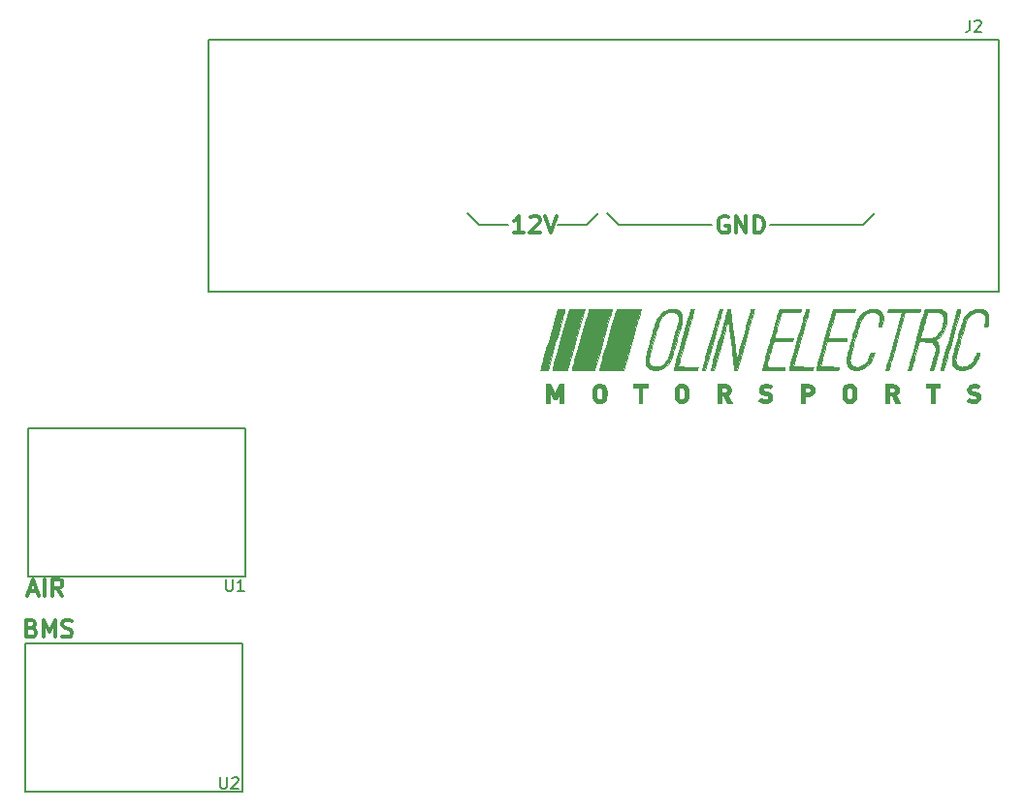
<source format=gbr>
G04 #@! TF.FileFunction,Legend,Top*
%FSLAX46Y46*%
G04 Gerber Fmt 4.6, Leading zero omitted, Abs format (unit mm)*
G04 Created by KiCad (PCBNEW 4.0.7-e2-6376~58~ubuntu16.04.1) date Sat Mar  3 12:44:21 2018*
%MOMM*%
%LPD*%
G01*
G04 APERTURE LIST*
%ADD10C,0.100000*%
%ADD11C,0.200000*%
%ADD12C,0.300000*%
%ADD13C,0.150000*%
%ADD14C,0.010000*%
G04 APERTURE END LIST*
D10*
D11*
X75961240Y-51409600D02*
X74945240Y-50393600D01*
X78501240Y-51409600D02*
X75961240Y-51409600D01*
X85359240Y-51409600D02*
X86375240Y-50393600D01*
X82819240Y-51409600D02*
X85359240Y-51409600D01*
D12*
X79858669Y-52088171D02*
X79001526Y-52088171D01*
X79430098Y-52088171D02*
X79430098Y-50588171D01*
X79287241Y-50802457D01*
X79144383Y-50945314D01*
X79001526Y-51016743D01*
X80430097Y-50731029D02*
X80501526Y-50659600D01*
X80644383Y-50588171D01*
X81001526Y-50588171D01*
X81144383Y-50659600D01*
X81215812Y-50731029D01*
X81287240Y-50873886D01*
X81287240Y-51016743D01*
X81215812Y-51231029D01*
X80358669Y-52088171D01*
X81287240Y-52088171D01*
X81715811Y-50588171D02*
X82215811Y-52088171D01*
X82715811Y-50588171D01*
D11*
X109489240Y-51409600D02*
X110505240Y-50393600D01*
X101361240Y-51409600D02*
X109489240Y-51409600D01*
X88153240Y-51409600D02*
X87137240Y-50393600D01*
X91709240Y-51409600D02*
X88153240Y-51409600D01*
X96281240Y-51409600D02*
X91709240Y-51409600D01*
D12*
X97678383Y-50659600D02*
X97535526Y-50588171D01*
X97321240Y-50588171D01*
X97106955Y-50659600D01*
X96964097Y-50802457D01*
X96892669Y-50945314D01*
X96821240Y-51231029D01*
X96821240Y-51445314D01*
X96892669Y-51731029D01*
X96964097Y-51873886D01*
X97106955Y-52016743D01*
X97321240Y-52088171D01*
X97464097Y-52088171D01*
X97678383Y-52016743D01*
X97749812Y-51945314D01*
X97749812Y-51445314D01*
X97464097Y-51445314D01*
X98392669Y-52088171D02*
X98392669Y-50588171D01*
X99249812Y-52088171D01*
X99249812Y-50588171D01*
X99964098Y-52088171D02*
X99964098Y-50588171D01*
X100321241Y-50588171D01*
X100535526Y-50659600D01*
X100678384Y-50802457D01*
X100749812Y-50945314D01*
X100821241Y-51231029D01*
X100821241Y-51445314D01*
X100749812Y-51731029D01*
X100678384Y-51873886D01*
X100535526Y-52016743D01*
X100321241Y-52088171D01*
X99964098Y-52088171D01*
X36904955Y-86608457D02*
X37119241Y-86679886D01*
X37190669Y-86751314D01*
X37262098Y-86894171D01*
X37262098Y-87108457D01*
X37190669Y-87251314D01*
X37119241Y-87322743D01*
X36976383Y-87394171D01*
X36404955Y-87394171D01*
X36404955Y-85894171D01*
X36904955Y-85894171D01*
X37047812Y-85965600D01*
X37119241Y-86037029D01*
X37190669Y-86179886D01*
X37190669Y-86322743D01*
X37119241Y-86465600D01*
X37047812Y-86537029D01*
X36904955Y-86608457D01*
X36404955Y-86608457D01*
X37904955Y-87394171D02*
X37904955Y-85894171D01*
X38404955Y-86965600D01*
X38904955Y-85894171D01*
X38904955Y-87394171D01*
X39547812Y-87322743D02*
X39762098Y-87394171D01*
X40119241Y-87394171D01*
X40262098Y-87322743D01*
X40333527Y-87251314D01*
X40404955Y-87108457D01*
X40404955Y-86965600D01*
X40333527Y-86822743D01*
X40262098Y-86751314D01*
X40119241Y-86679886D01*
X39833527Y-86608457D01*
X39690669Y-86537029D01*
X39619241Y-86465600D01*
X39547812Y-86322743D01*
X39547812Y-86179886D01*
X39619241Y-86037029D01*
X39690669Y-85965600D01*
X39833527Y-85894171D01*
X40190669Y-85894171D01*
X40404955Y-85965600D01*
X36650954Y-83409600D02*
X37365240Y-83409600D01*
X36508097Y-83838171D02*
X37008097Y-82338171D01*
X37508097Y-83838171D01*
X38008097Y-83838171D02*
X38008097Y-82338171D01*
X39579526Y-83838171D02*
X39079526Y-83123886D01*
X38722383Y-83838171D02*
X38722383Y-82338171D01*
X39293811Y-82338171D01*
X39436669Y-82409600D01*
X39508097Y-82481029D01*
X39579526Y-82623886D01*
X39579526Y-82838171D01*
X39508097Y-82981029D01*
X39436669Y-83052457D01*
X39293811Y-83123886D01*
X38722383Y-83123886D01*
D13*
X121316000Y-57196000D02*
X52316000Y-57196000D01*
X52316000Y-57196000D02*
X52316000Y-35196000D01*
X52316000Y-35196000D02*
X121316000Y-35196000D01*
X121316000Y-35196000D02*
X121316000Y-57196000D01*
X36578000Y-69120000D02*
X36578000Y-71120000D01*
X55578000Y-69120000D02*
X36578000Y-69120000D01*
X55578000Y-82120000D02*
X55578000Y-69120000D01*
X36578000Y-82120000D02*
X55578000Y-82120000D01*
X36578000Y-71120000D02*
X36578000Y-82120000D01*
X36324000Y-87916000D02*
X36324000Y-89916000D01*
X55324000Y-87916000D02*
X36324000Y-87916000D01*
X55324000Y-100916000D02*
X55324000Y-87916000D01*
X36324000Y-100916000D02*
X55324000Y-100916000D01*
X36324000Y-89916000D02*
X36324000Y-100916000D01*
D14*
G36*
X86584184Y-65285155D02*
X86722297Y-65317293D01*
X86840373Y-65384057D01*
X86929559Y-65466581D01*
X86991151Y-65545725D01*
X87035638Y-65635327D01*
X87064789Y-65743860D01*
X87080377Y-65879795D01*
X87084171Y-66051604D01*
X87080994Y-66191086D01*
X87068615Y-66386855D01*
X87044454Y-66540372D01*
X87004966Y-66659515D01*
X86946607Y-66752161D01*
X86865830Y-66826187D01*
X86768940Y-66884477D01*
X86671816Y-66918325D01*
X86547816Y-66940038D01*
X86418375Y-66947693D01*
X86304927Y-66939366D01*
X86264334Y-66929743D01*
X86121742Y-66858598D01*
X86001980Y-66748294D01*
X85928841Y-66635294D01*
X85904724Y-66584077D01*
X85887534Y-66538171D01*
X85876307Y-66488100D01*
X85870076Y-66424384D01*
X85867878Y-66337548D01*
X85868747Y-66218114D01*
X85871422Y-66071471D01*
X85871556Y-66065281D01*
X86198218Y-66065281D01*
X86202064Y-66193168D01*
X86211003Y-66316273D01*
X86224227Y-66421397D01*
X86240926Y-66495340D01*
X86249988Y-66515961D01*
X86300943Y-66568847D01*
X86374913Y-66616855D01*
X86448402Y-66645888D01*
X86471751Y-66649021D01*
X86516102Y-66638411D01*
X86577474Y-66611994D01*
X86579271Y-66611070D01*
X86637383Y-66573733D01*
X86679120Y-66525702D01*
X86706677Y-66458954D01*
X86722251Y-66365467D01*
X86728038Y-66237218D01*
X86726412Y-66073496D01*
X86718140Y-65730905D01*
X86635189Y-65656852D01*
X86537705Y-65596893D01*
X86439689Y-65583389D01*
X86349198Y-65612725D01*
X86274289Y-65681290D01*
X86223023Y-65785468D01*
X86209044Y-65847954D01*
X86200275Y-65945810D01*
X86198218Y-66065281D01*
X85871556Y-66065281D01*
X85874835Y-65913984D01*
X85878752Y-65798326D01*
X85884488Y-65715528D01*
X85893363Y-65656627D01*
X85906692Y-65612656D01*
X85925794Y-65574649D01*
X85950006Y-65536626D01*
X86048303Y-65418322D01*
X86164350Y-65339871D01*
X86308144Y-65295822D01*
X86414323Y-65283481D01*
X86584184Y-65285155D01*
X86584184Y-65285155D01*
G37*
X86584184Y-65285155D02*
X86722297Y-65317293D01*
X86840373Y-65384057D01*
X86929559Y-65466581D01*
X86991151Y-65545725D01*
X87035638Y-65635327D01*
X87064789Y-65743860D01*
X87080377Y-65879795D01*
X87084171Y-66051604D01*
X87080994Y-66191086D01*
X87068615Y-66386855D01*
X87044454Y-66540372D01*
X87004966Y-66659515D01*
X86946607Y-66752161D01*
X86865830Y-66826187D01*
X86768940Y-66884477D01*
X86671816Y-66918325D01*
X86547816Y-66940038D01*
X86418375Y-66947693D01*
X86304927Y-66939366D01*
X86264334Y-66929743D01*
X86121742Y-66858598D01*
X86001980Y-66748294D01*
X85928841Y-66635294D01*
X85904724Y-66584077D01*
X85887534Y-66538171D01*
X85876307Y-66488100D01*
X85870076Y-66424384D01*
X85867878Y-66337548D01*
X85868747Y-66218114D01*
X85871422Y-66071471D01*
X85871556Y-66065281D01*
X86198218Y-66065281D01*
X86202064Y-66193168D01*
X86211003Y-66316273D01*
X86224227Y-66421397D01*
X86240926Y-66495340D01*
X86249988Y-66515961D01*
X86300943Y-66568847D01*
X86374913Y-66616855D01*
X86448402Y-66645888D01*
X86471751Y-66649021D01*
X86516102Y-66638411D01*
X86577474Y-66611994D01*
X86579271Y-66611070D01*
X86637383Y-66573733D01*
X86679120Y-66525702D01*
X86706677Y-66458954D01*
X86722251Y-66365467D01*
X86728038Y-66237218D01*
X86726412Y-66073496D01*
X86718140Y-65730905D01*
X86635189Y-65656852D01*
X86537705Y-65596893D01*
X86439689Y-65583389D01*
X86349198Y-65612725D01*
X86274289Y-65681290D01*
X86223023Y-65785468D01*
X86209044Y-65847954D01*
X86200275Y-65945810D01*
X86198218Y-66065281D01*
X85871556Y-66065281D01*
X85874835Y-65913984D01*
X85878752Y-65798326D01*
X85884488Y-65715528D01*
X85893363Y-65656627D01*
X85906692Y-65612656D01*
X85925794Y-65574649D01*
X85950006Y-65536626D01*
X86048303Y-65418322D01*
X86164350Y-65339871D01*
X86308144Y-65295822D01*
X86414323Y-65283481D01*
X86584184Y-65285155D01*
G36*
X93783061Y-65294673D02*
X93927727Y-65350784D01*
X94052883Y-65442203D01*
X94134547Y-65543749D01*
X94164303Y-65593716D01*
X94185383Y-65638352D01*
X94199541Y-65687927D01*
X94208533Y-65752711D01*
X94214112Y-65842975D01*
X94218035Y-65968988D01*
X94219785Y-66042580D01*
X94221488Y-66241464D01*
X94214975Y-66398114D01*
X94198219Y-66520718D01*
X94169194Y-66617464D01*
X94125872Y-66696539D01*
X94066226Y-66766130D01*
X94033019Y-66796976D01*
X93886928Y-66893023D01*
X93720512Y-66943650D01*
X93537696Y-66948072D01*
X93401109Y-66923004D01*
X93299141Y-66875709D01*
X93195987Y-66794596D01*
X93106081Y-66694185D01*
X93043855Y-66588998D01*
X93030212Y-66549837D01*
X93017248Y-66467622D01*
X93009470Y-66341492D01*
X93007165Y-66178096D01*
X93007380Y-66161481D01*
X93349551Y-66161481D01*
X93351669Y-66291499D01*
X93356969Y-66381778D01*
X93367104Y-66443353D01*
X93383725Y-66487263D01*
X93402800Y-66517081D01*
X93489528Y-66601110D01*
X93585638Y-66638309D01*
X93683848Y-66628063D01*
X93776877Y-66569756D01*
X93796010Y-66550324D01*
X93833627Y-66500307D01*
X93857843Y-66440667D01*
X93873709Y-66355666D01*
X93881520Y-66283824D01*
X93889234Y-66117869D01*
X93882650Y-65956684D01*
X93863011Y-65816185D01*
X93838067Y-65727652D01*
X93786005Y-65655893D01*
X93703467Y-65603452D01*
X93610330Y-65582896D01*
X93609151Y-65582894D01*
X93548201Y-65596052D01*
X93477069Y-65628051D01*
X93469568Y-65632483D01*
X93423965Y-65667995D01*
X93391001Y-65715742D01*
X93368887Y-65783610D01*
X93355835Y-65879484D01*
X93350055Y-66011249D01*
X93349551Y-66161481D01*
X93007380Y-66161481D01*
X93008795Y-66052459D01*
X93012432Y-65904304D01*
X93016832Y-65796890D01*
X93023679Y-65720164D01*
X93034653Y-65664075D01*
X93051439Y-65618573D01*
X93075717Y-65573604D01*
X93093932Y-65543745D01*
X93196067Y-65423314D01*
X93325387Y-65338191D01*
X93472552Y-65288377D01*
X93628223Y-65273871D01*
X93783061Y-65294673D01*
X93783061Y-65294673D01*
G37*
X93783061Y-65294673D02*
X93927727Y-65350784D01*
X94052883Y-65442203D01*
X94134547Y-65543749D01*
X94164303Y-65593716D01*
X94185383Y-65638352D01*
X94199541Y-65687927D01*
X94208533Y-65752711D01*
X94214112Y-65842975D01*
X94218035Y-65968988D01*
X94219785Y-66042580D01*
X94221488Y-66241464D01*
X94214975Y-66398114D01*
X94198219Y-66520718D01*
X94169194Y-66617464D01*
X94125872Y-66696539D01*
X94066226Y-66766130D01*
X94033019Y-66796976D01*
X93886928Y-66893023D01*
X93720512Y-66943650D01*
X93537696Y-66948072D01*
X93401109Y-66923004D01*
X93299141Y-66875709D01*
X93195987Y-66794596D01*
X93106081Y-66694185D01*
X93043855Y-66588998D01*
X93030212Y-66549837D01*
X93017248Y-66467622D01*
X93009470Y-66341492D01*
X93007165Y-66178096D01*
X93007380Y-66161481D01*
X93349551Y-66161481D01*
X93351669Y-66291499D01*
X93356969Y-66381778D01*
X93367104Y-66443353D01*
X93383725Y-66487263D01*
X93402800Y-66517081D01*
X93489528Y-66601110D01*
X93585638Y-66638309D01*
X93683848Y-66628063D01*
X93776877Y-66569756D01*
X93796010Y-66550324D01*
X93833627Y-66500307D01*
X93857843Y-66440667D01*
X93873709Y-66355666D01*
X93881520Y-66283824D01*
X93889234Y-66117869D01*
X93882650Y-65956684D01*
X93863011Y-65816185D01*
X93838067Y-65727652D01*
X93786005Y-65655893D01*
X93703467Y-65603452D01*
X93610330Y-65582896D01*
X93609151Y-65582894D01*
X93548201Y-65596052D01*
X93477069Y-65628051D01*
X93469568Y-65632483D01*
X93423965Y-65667995D01*
X93391001Y-65715742D01*
X93368887Y-65783610D01*
X93355835Y-65879484D01*
X93350055Y-66011249D01*
X93349551Y-66161481D01*
X93007380Y-66161481D01*
X93008795Y-66052459D01*
X93012432Y-65904304D01*
X93016832Y-65796890D01*
X93023679Y-65720164D01*
X93034653Y-65664075D01*
X93051439Y-65618573D01*
X93075717Y-65573604D01*
X93093932Y-65543745D01*
X93196067Y-65423314D01*
X93325387Y-65338191D01*
X93472552Y-65288377D01*
X93628223Y-65273871D01*
X93783061Y-65294673D01*
G36*
X101155774Y-65291436D02*
X101301567Y-65327350D01*
X101418943Y-65382816D01*
X101486300Y-65440624D01*
X101503064Y-65469404D01*
X101496690Y-65499798D01*
X101461673Y-65543976D01*
X101420308Y-65586483D01*
X101318157Y-65688635D01*
X101219425Y-65635717D01*
X101106474Y-65593767D01*
X100988078Y-65580343D01*
X100879641Y-65595110D01*
X100796566Y-65637729D01*
X100788585Y-65645145D01*
X100736737Y-65715902D01*
X100731072Y-65785179D01*
X100750934Y-65835481D01*
X100773022Y-65866772D01*
X100807110Y-65890665D01*
X100863093Y-65910865D01*
X100950867Y-65931075D01*
X101061223Y-65951626D01*
X101230842Y-65990485D01*
X101357016Y-66041854D01*
X101446579Y-66110982D01*
X101506366Y-66203118D01*
X101542802Y-66321520D01*
X101553912Y-66486203D01*
X101518179Y-66634067D01*
X101437730Y-66760626D01*
X101314693Y-66861394D01*
X101276720Y-66882444D01*
X101175041Y-66917226D01*
X101042019Y-66939242D01*
X100895752Y-66947399D01*
X100754337Y-66940603D01*
X100645482Y-66920602D01*
X100558648Y-66887484D01*
X100472771Y-66840906D01*
X100400578Y-66789501D01*
X100354801Y-66741903D01*
X100345240Y-66716962D01*
X100362239Y-66682740D01*
X100405936Y-66628579D01*
X100444961Y-66587933D01*
X100544683Y-66490558D01*
X100610356Y-66542216D01*
X100721148Y-66602510D01*
X100852978Y-66633901D01*
X100988431Y-66635076D01*
X101110094Y-66604721D01*
X101151690Y-66583021D01*
X101194230Y-66529467D01*
X101209643Y-66453596D01*
X101196438Y-66376945D01*
X101168925Y-66333914D01*
X101135687Y-66302418D01*
X101124475Y-66293965D01*
X101063414Y-66287265D01*
X100970744Y-66270266D01*
X100862511Y-66246698D01*
X100754761Y-66220294D01*
X100663540Y-66194786D01*
X100604894Y-66173907D01*
X100601792Y-66172397D01*
X100506286Y-66097355D01*
X100440158Y-65991146D01*
X100404660Y-65864909D01*
X100401043Y-65729781D01*
X100430561Y-65596899D01*
X100494464Y-65477401D01*
X100520146Y-65446247D01*
X100619693Y-65361772D01*
X100740874Y-65308276D01*
X100893073Y-65282434D01*
X100992940Y-65278805D01*
X101155774Y-65291436D01*
X101155774Y-65291436D01*
G37*
X101155774Y-65291436D02*
X101301567Y-65327350D01*
X101418943Y-65382816D01*
X101486300Y-65440624D01*
X101503064Y-65469404D01*
X101496690Y-65499798D01*
X101461673Y-65543976D01*
X101420308Y-65586483D01*
X101318157Y-65688635D01*
X101219425Y-65635717D01*
X101106474Y-65593767D01*
X100988078Y-65580343D01*
X100879641Y-65595110D01*
X100796566Y-65637729D01*
X100788585Y-65645145D01*
X100736737Y-65715902D01*
X100731072Y-65785179D01*
X100750934Y-65835481D01*
X100773022Y-65866772D01*
X100807110Y-65890665D01*
X100863093Y-65910865D01*
X100950867Y-65931075D01*
X101061223Y-65951626D01*
X101230842Y-65990485D01*
X101357016Y-66041854D01*
X101446579Y-66110982D01*
X101506366Y-66203118D01*
X101542802Y-66321520D01*
X101553912Y-66486203D01*
X101518179Y-66634067D01*
X101437730Y-66760626D01*
X101314693Y-66861394D01*
X101276720Y-66882444D01*
X101175041Y-66917226D01*
X101042019Y-66939242D01*
X100895752Y-66947399D01*
X100754337Y-66940603D01*
X100645482Y-66920602D01*
X100558648Y-66887484D01*
X100472771Y-66840906D01*
X100400578Y-66789501D01*
X100354801Y-66741903D01*
X100345240Y-66716962D01*
X100362239Y-66682740D01*
X100405936Y-66628579D01*
X100444961Y-66587933D01*
X100544683Y-66490558D01*
X100610356Y-66542216D01*
X100721148Y-66602510D01*
X100852978Y-66633901D01*
X100988431Y-66635076D01*
X101110094Y-66604721D01*
X101151690Y-66583021D01*
X101194230Y-66529467D01*
X101209643Y-66453596D01*
X101196438Y-66376945D01*
X101168925Y-66333914D01*
X101135687Y-66302418D01*
X101124475Y-66293965D01*
X101063414Y-66287265D01*
X100970744Y-66270266D01*
X100862511Y-66246698D01*
X100754761Y-66220294D01*
X100663540Y-66194786D01*
X100604894Y-66173907D01*
X100601792Y-66172397D01*
X100506286Y-66097355D01*
X100440158Y-65991146D01*
X100404660Y-65864909D01*
X100401043Y-65729781D01*
X100430561Y-65596899D01*
X100494464Y-65477401D01*
X100520146Y-65446247D01*
X100619693Y-65361772D01*
X100740874Y-65308276D01*
X100893073Y-65282434D01*
X100992940Y-65278805D01*
X101155774Y-65291436D01*
G36*
X108467908Y-65298618D02*
X108620764Y-65357251D01*
X108741614Y-65455200D01*
X108830766Y-65592651D01*
X108842164Y-65618452D01*
X108865739Y-65703829D01*
X108883865Y-65825961D01*
X108895829Y-65971022D01*
X108900918Y-66125188D01*
X108898420Y-66274634D01*
X108887622Y-66405537D01*
X108884027Y-66430694D01*
X108841026Y-66599904D01*
X108768738Y-66732059D01*
X108662595Y-66834486D01*
X108611608Y-66867623D01*
X108486915Y-66918649D01*
X108339615Y-66945751D01*
X108190842Y-66946932D01*
X108061730Y-66920194D01*
X108060438Y-66919715D01*
X107907246Y-66837886D01*
X107788576Y-66721313D01*
X107733408Y-66631240D01*
X107710197Y-66579522D01*
X107693929Y-66528468D01*
X107683371Y-66467726D01*
X107677293Y-66386946D01*
X107674464Y-66275776D01*
X107674243Y-66235430D01*
X108018533Y-66235430D01*
X108026340Y-66369437D01*
X108045383Y-66467512D01*
X108077659Y-66536831D01*
X108125165Y-66584567D01*
X108173839Y-66611332D01*
X108240378Y-66638425D01*
X108285930Y-66645561D01*
X108335666Y-66632869D01*
X108386069Y-66612414D01*
X108449368Y-66575639D01*
X108494825Y-66521320D01*
X108524928Y-66441898D01*
X108542167Y-66329816D01*
X108549028Y-66177516D01*
X108549440Y-66116200D01*
X108545224Y-65949595D01*
X108532842Y-65825268D01*
X108514023Y-65750403D01*
X108450581Y-65652648D01*
X108365039Y-65596448D01*
X108266917Y-65584017D01*
X108165735Y-65617566D01*
X108111690Y-65656900D01*
X108028740Y-65731000D01*
X108019967Y-66058318D01*
X108018533Y-66235430D01*
X107674243Y-66235430D01*
X107673658Y-66128900D01*
X107675434Y-65948095D01*
X107682698Y-65808657D01*
X107697520Y-65701265D01*
X107721968Y-65616601D01*
X107758112Y-65545345D01*
X107808020Y-65478179D01*
X107821660Y-65462334D01*
X107930604Y-65365917D01*
X108059549Y-65306691D01*
X108217891Y-65280921D01*
X108282740Y-65279115D01*
X108467908Y-65298618D01*
X108467908Y-65298618D01*
G37*
X108467908Y-65298618D02*
X108620764Y-65357251D01*
X108741614Y-65455200D01*
X108830766Y-65592651D01*
X108842164Y-65618452D01*
X108865739Y-65703829D01*
X108883865Y-65825961D01*
X108895829Y-65971022D01*
X108900918Y-66125188D01*
X108898420Y-66274634D01*
X108887622Y-66405537D01*
X108884027Y-66430694D01*
X108841026Y-66599904D01*
X108768738Y-66732059D01*
X108662595Y-66834486D01*
X108611608Y-66867623D01*
X108486915Y-66918649D01*
X108339615Y-66945751D01*
X108190842Y-66946932D01*
X108061730Y-66920194D01*
X108060438Y-66919715D01*
X107907246Y-66837886D01*
X107788576Y-66721313D01*
X107733408Y-66631240D01*
X107710197Y-66579522D01*
X107693929Y-66528468D01*
X107683371Y-66467726D01*
X107677293Y-66386946D01*
X107674464Y-66275776D01*
X107674243Y-66235430D01*
X108018533Y-66235430D01*
X108026340Y-66369437D01*
X108045383Y-66467512D01*
X108077659Y-66536831D01*
X108125165Y-66584567D01*
X108173839Y-66611332D01*
X108240378Y-66638425D01*
X108285930Y-66645561D01*
X108335666Y-66632869D01*
X108386069Y-66612414D01*
X108449368Y-66575639D01*
X108494825Y-66521320D01*
X108524928Y-66441898D01*
X108542167Y-66329816D01*
X108549028Y-66177516D01*
X108549440Y-66116200D01*
X108545224Y-65949595D01*
X108532842Y-65825268D01*
X108514023Y-65750403D01*
X108450581Y-65652648D01*
X108365039Y-65596448D01*
X108266917Y-65584017D01*
X108165735Y-65617566D01*
X108111690Y-65656900D01*
X108028740Y-65731000D01*
X108019967Y-66058318D01*
X108018533Y-66235430D01*
X107674243Y-66235430D01*
X107673658Y-66128900D01*
X107675434Y-65948095D01*
X107682698Y-65808657D01*
X107697520Y-65701265D01*
X107721968Y-65616601D01*
X107758112Y-65545345D01*
X107808020Y-65478179D01*
X107821660Y-65462334D01*
X107930604Y-65365917D01*
X108059549Y-65306691D01*
X108217891Y-65280921D01*
X108282740Y-65279115D01*
X108467908Y-65298618D01*
G36*
X119350793Y-65290392D02*
X119411112Y-65303161D01*
X119495766Y-65336805D01*
X119576385Y-65380008D01*
X119639726Y-65424395D01*
X119672547Y-65461594D01*
X119674466Y-65469695D01*
X119657673Y-65501187D01*
X119614441Y-65553109D01*
X119578350Y-65590314D01*
X119482060Y-65684338D01*
X119382479Y-65633569D01*
X119266382Y-65591430D01*
X119152821Y-65579754D01*
X119051357Y-65596016D01*
X118971552Y-65637690D01*
X118922967Y-65702251D01*
X118912640Y-65757652D01*
X118924097Y-65820513D01*
X118962864Y-65868705D01*
X119035530Y-65906254D01*
X119148688Y-65937184D01*
X119232843Y-65953227D01*
X119397069Y-65989251D01*
X119518659Y-66035598D01*
X119605470Y-66097020D01*
X119665359Y-66178269D01*
X119687912Y-66228464D01*
X119723717Y-66383846D01*
X119715533Y-66535573D01*
X119666604Y-66674546D01*
X119580174Y-66791662D01*
X119459485Y-66877819D01*
X119455876Y-66879586D01*
X119344051Y-66917000D01*
X119202970Y-66940523D01*
X119052675Y-66948532D01*
X118913206Y-66939404D01*
X118855095Y-66928235D01*
X118751979Y-66894291D01*
X118650610Y-66847672D01*
X118568648Y-66797331D01*
X118532182Y-66764553D01*
X118517683Y-66737082D01*
X118526129Y-66705439D01*
X118563010Y-66658520D01*
X118607844Y-66611495D01*
X118717664Y-66499597D01*
X118785199Y-66547686D01*
X118885007Y-66598237D01*
X119007524Y-66631953D01*
X119127865Y-66643157D01*
X119181748Y-66638123D01*
X119267323Y-66606501D01*
X119340245Y-66552651D01*
X119386344Y-66489035D01*
X119395240Y-66450368D01*
X119380988Y-66383667D01*
X119334434Y-66332688D01*
X119249883Y-66293867D01*
X119121636Y-66263639D01*
X119087676Y-66257898D01*
X118913654Y-66221907D01*
X118783063Y-66174382D01*
X118689002Y-66110672D01*
X118624569Y-66026125D01*
X118583361Y-65917972D01*
X118564360Y-65757490D01*
X118592339Y-65607627D01*
X118664658Y-65475591D01*
X118778674Y-65368594D01*
X118786581Y-65363261D01*
X118850682Y-65326365D01*
X118917454Y-65303374D01*
X119003940Y-65289953D01*
X119101896Y-65283026D01*
X119236971Y-65281369D01*
X119350793Y-65290392D01*
X119350793Y-65290392D01*
G37*
X119350793Y-65290392D02*
X119411112Y-65303161D01*
X119495766Y-65336805D01*
X119576385Y-65380008D01*
X119639726Y-65424395D01*
X119672547Y-65461594D01*
X119674466Y-65469695D01*
X119657673Y-65501187D01*
X119614441Y-65553109D01*
X119578350Y-65590314D01*
X119482060Y-65684338D01*
X119382479Y-65633569D01*
X119266382Y-65591430D01*
X119152821Y-65579754D01*
X119051357Y-65596016D01*
X118971552Y-65637690D01*
X118922967Y-65702251D01*
X118912640Y-65757652D01*
X118924097Y-65820513D01*
X118962864Y-65868705D01*
X119035530Y-65906254D01*
X119148688Y-65937184D01*
X119232843Y-65953227D01*
X119397069Y-65989251D01*
X119518659Y-66035598D01*
X119605470Y-66097020D01*
X119665359Y-66178269D01*
X119687912Y-66228464D01*
X119723717Y-66383846D01*
X119715533Y-66535573D01*
X119666604Y-66674546D01*
X119580174Y-66791662D01*
X119459485Y-66877819D01*
X119455876Y-66879586D01*
X119344051Y-66917000D01*
X119202970Y-66940523D01*
X119052675Y-66948532D01*
X118913206Y-66939404D01*
X118855095Y-66928235D01*
X118751979Y-66894291D01*
X118650610Y-66847672D01*
X118568648Y-66797331D01*
X118532182Y-66764553D01*
X118517683Y-66737082D01*
X118526129Y-66705439D01*
X118563010Y-66658520D01*
X118607844Y-66611495D01*
X118717664Y-66499597D01*
X118785199Y-66547686D01*
X118885007Y-66598237D01*
X119007524Y-66631953D01*
X119127865Y-66643157D01*
X119181748Y-66638123D01*
X119267323Y-66606501D01*
X119340245Y-66552651D01*
X119386344Y-66489035D01*
X119395240Y-66450368D01*
X119380988Y-66383667D01*
X119334434Y-66332688D01*
X119249883Y-66293867D01*
X119121636Y-66263639D01*
X119087676Y-66257898D01*
X118913654Y-66221907D01*
X118783063Y-66174382D01*
X118689002Y-66110672D01*
X118624569Y-66026125D01*
X118583361Y-65917972D01*
X118564360Y-65757490D01*
X118592339Y-65607627D01*
X118664658Y-65475591D01*
X118778674Y-65368594D01*
X118786581Y-65363261D01*
X118850682Y-65326365D01*
X118917454Y-65303374D01*
X119003940Y-65289953D01*
X119101896Y-65283026D01*
X119236971Y-65281369D01*
X119350793Y-65290392D01*
G36*
X82371486Y-65709075D02*
X82580708Y-66140150D01*
X82992940Y-65278000D01*
X83327240Y-65278000D01*
X83327240Y-66929000D01*
X82997040Y-66929000D01*
X82994088Y-66027300D01*
X82850034Y-66313050D01*
X82705979Y-66598800D01*
X82449900Y-66598800D01*
X82305845Y-66313050D01*
X82161791Y-66027300D01*
X82160315Y-66478150D01*
X82158840Y-66929000D01*
X81828640Y-66929000D01*
X81828640Y-65278000D01*
X82162263Y-65278000D01*
X82371486Y-65709075D01*
X82371486Y-65709075D01*
G37*
X82371486Y-65709075D02*
X82580708Y-66140150D01*
X82992940Y-65278000D01*
X83327240Y-65278000D01*
X83327240Y-66929000D01*
X82997040Y-66929000D01*
X82994088Y-66027300D01*
X82850034Y-66313050D01*
X82705979Y-66598800D01*
X82449900Y-66598800D01*
X82305845Y-66313050D01*
X82161791Y-66027300D01*
X82160315Y-66478150D01*
X82158840Y-66929000D01*
X81828640Y-66929000D01*
X81828640Y-65278000D01*
X82162263Y-65278000D01*
X82371486Y-65709075D01*
G36*
X90642440Y-65582800D02*
X90210640Y-65582800D01*
X90210640Y-66929000D01*
X89880440Y-66929000D01*
X89880440Y-65582800D01*
X89448640Y-65582800D01*
X89448640Y-65278000D01*
X90642440Y-65278000D01*
X90642440Y-65582800D01*
X90642440Y-65582800D01*
G37*
X90642440Y-65582800D02*
X90210640Y-65582800D01*
X90210640Y-66929000D01*
X89880440Y-66929000D01*
X89880440Y-65582800D01*
X89448640Y-65582800D01*
X89448640Y-65278000D01*
X90642440Y-65278000D01*
X90642440Y-65582800D01*
G36*
X97113090Y-65278605D02*
X97250466Y-65280460D01*
X97377906Y-65285103D01*
X97482537Y-65291868D01*
X97551487Y-65300092D01*
X97558893Y-65301625D01*
X97703258Y-65359059D01*
X97818221Y-65452974D01*
X97899100Y-65575470D01*
X97941218Y-65718650D01*
X97939893Y-65874614D01*
X97929310Y-65926811D01*
X97895649Y-66011580D01*
X97842483Y-66095548D01*
X97780439Y-66165852D01*
X97720143Y-66209623D01*
X97688967Y-66217800D01*
X97681151Y-66233392D01*
X97695425Y-66282163D01*
X97733031Y-66367108D01*
X97795208Y-66491220D01*
X97829513Y-66556815D01*
X97891852Y-66675974D01*
X97944738Y-66779056D01*
X97984033Y-66857836D01*
X98005598Y-66904089D01*
X98008440Y-66912415D01*
X97985066Y-66920180D01*
X97923030Y-66925999D01*
X97834464Y-66928863D01*
X97808920Y-66929000D01*
X97609401Y-66929000D01*
X97459670Y-66611785D01*
X97309940Y-66294571D01*
X97201990Y-66294285D01*
X97094040Y-66294000D01*
X97094040Y-66929000D01*
X96763840Y-66929000D01*
X96763840Y-65989200D01*
X97094040Y-65989200D01*
X97285694Y-65989200D01*
X97387657Y-65987301D01*
X97453639Y-65979191D01*
X97498393Y-65961249D01*
X97536671Y-65929853D01*
X97539694Y-65926854D01*
X97591926Y-65846005D01*
X97593972Y-65760211D01*
X97545788Y-65672674D01*
X97543175Y-65669599D01*
X97506806Y-65633756D01*
X97464125Y-65611502D01*
X97400823Y-65598277D01*
X97302592Y-65589520D01*
X97289175Y-65588642D01*
X97094040Y-65576119D01*
X97094040Y-65989200D01*
X96763840Y-65989200D01*
X96763840Y-65278000D01*
X97113090Y-65278605D01*
X97113090Y-65278605D01*
G37*
X97113090Y-65278605D02*
X97250466Y-65280460D01*
X97377906Y-65285103D01*
X97482537Y-65291868D01*
X97551487Y-65300092D01*
X97558893Y-65301625D01*
X97703258Y-65359059D01*
X97818221Y-65452974D01*
X97899100Y-65575470D01*
X97941218Y-65718650D01*
X97939893Y-65874614D01*
X97929310Y-65926811D01*
X97895649Y-66011580D01*
X97842483Y-66095548D01*
X97780439Y-66165852D01*
X97720143Y-66209623D01*
X97688967Y-66217800D01*
X97681151Y-66233392D01*
X97695425Y-66282163D01*
X97733031Y-66367108D01*
X97795208Y-66491220D01*
X97829513Y-66556815D01*
X97891852Y-66675974D01*
X97944738Y-66779056D01*
X97984033Y-66857836D01*
X98005598Y-66904089D01*
X98008440Y-66912415D01*
X97985066Y-66920180D01*
X97923030Y-66925999D01*
X97834464Y-66928863D01*
X97808920Y-66929000D01*
X97609401Y-66929000D01*
X97459670Y-66611785D01*
X97309940Y-66294571D01*
X97201990Y-66294285D01*
X97094040Y-66294000D01*
X97094040Y-66929000D01*
X96763840Y-66929000D01*
X96763840Y-65989200D01*
X97094040Y-65989200D01*
X97285694Y-65989200D01*
X97387657Y-65987301D01*
X97453639Y-65979191D01*
X97498393Y-65961249D01*
X97536671Y-65929853D01*
X97539694Y-65926854D01*
X97591926Y-65846005D01*
X97593972Y-65760211D01*
X97545788Y-65672674D01*
X97543175Y-65669599D01*
X97506806Y-65633756D01*
X97464125Y-65611502D01*
X97400823Y-65598277D01*
X97302592Y-65589520D01*
X97289175Y-65588642D01*
X97094040Y-65576119D01*
X97094040Y-65989200D01*
X96763840Y-65989200D01*
X96763840Y-65278000D01*
X97113090Y-65278605D01*
G36*
X104415590Y-65278141D02*
X104594319Y-65280170D01*
X104731989Y-65287197D01*
X104838232Y-65300874D01*
X104922677Y-65322852D01*
X104994956Y-65354781D01*
X105047227Y-65386420D01*
X105137528Y-65474527D01*
X105203736Y-65595182D01*
X105241919Y-65734305D01*
X105248144Y-65877816D01*
X105220424Y-66006596D01*
X105146727Y-66134415D01*
X105034855Y-66228768D01*
X104884785Y-66289665D01*
X104696491Y-66317121D01*
X104631490Y-66318842D01*
X104409240Y-66319400D01*
X104409240Y-66929000D01*
X104053640Y-66929000D01*
X104053640Y-65582800D01*
X104409240Y-65582800D01*
X104409240Y-66014600D01*
X104583614Y-66014600D01*
X104690806Y-66010614D01*
X104763067Y-65996487D01*
X104815797Y-65968964D01*
X104822060Y-65964201D01*
X104887185Y-65885916D01*
X104904744Y-65794999D01*
X104880450Y-65712334D01*
X104819607Y-65643275D01*
X104720573Y-65600662D01*
X104580342Y-65583335D01*
X104545149Y-65582800D01*
X104409240Y-65582800D01*
X104053640Y-65582800D01*
X104053640Y-65278000D01*
X104415590Y-65278141D01*
X104415590Y-65278141D01*
G37*
X104415590Y-65278141D02*
X104594319Y-65280170D01*
X104731989Y-65287197D01*
X104838232Y-65300874D01*
X104922677Y-65322852D01*
X104994956Y-65354781D01*
X105047227Y-65386420D01*
X105137528Y-65474527D01*
X105203736Y-65595182D01*
X105241919Y-65734305D01*
X105248144Y-65877816D01*
X105220424Y-66006596D01*
X105146727Y-66134415D01*
X105034855Y-66228768D01*
X104884785Y-66289665D01*
X104696491Y-66317121D01*
X104631490Y-66318842D01*
X104409240Y-66319400D01*
X104409240Y-66929000D01*
X104053640Y-66929000D01*
X104053640Y-65582800D01*
X104409240Y-65582800D01*
X104409240Y-66014600D01*
X104583614Y-66014600D01*
X104690806Y-66010614D01*
X104763067Y-65996487D01*
X104815797Y-65968964D01*
X104822060Y-65964201D01*
X104887185Y-65885916D01*
X104904744Y-65794999D01*
X104880450Y-65712334D01*
X104819607Y-65643275D01*
X104720573Y-65600662D01*
X104580342Y-65583335D01*
X104545149Y-65582800D01*
X104409240Y-65582800D01*
X104053640Y-65582800D01*
X104053640Y-65278000D01*
X104415590Y-65278141D01*
G36*
X111781590Y-65278141D02*
X111967469Y-65280620D01*
X112111749Y-65289003D01*
X112223452Y-65304955D01*
X112311603Y-65330142D01*
X112385223Y-65366229D01*
X112432054Y-65398195D01*
X112521579Y-65495356D01*
X112582629Y-65622305D01*
X112611660Y-65764570D01*
X112605130Y-65907678D01*
X112578793Y-65997551D01*
X112536076Y-66067302D01*
X112471455Y-66140116D01*
X112401942Y-66198702D01*
X112357219Y-66222773D01*
X112356938Y-66248238D01*
X112380523Y-66313207D01*
X112426127Y-66413376D01*
X112491901Y-66544439D01*
X112510899Y-66580802D01*
X112694075Y-66929000D01*
X112279752Y-66929000D01*
X111975998Y-66294000D01*
X111775240Y-66294000D01*
X111775240Y-66929000D01*
X111419640Y-66929000D01*
X111419640Y-65582800D01*
X111775240Y-65582800D01*
X111775240Y-65989200D01*
X111959390Y-65988392D01*
X112069324Y-65983097D01*
X112151114Y-65969519D01*
X112186991Y-65954572D01*
X112246632Y-65881174D01*
X112266088Y-65791496D01*
X112245825Y-65711126D01*
X112184454Y-65642378D01*
X112083806Y-65600045D01*
X111941457Y-65583197D01*
X111911149Y-65582800D01*
X111775240Y-65582800D01*
X111419640Y-65582800D01*
X111419640Y-65278000D01*
X111781590Y-65278141D01*
X111781590Y-65278141D01*
G37*
X111781590Y-65278141D02*
X111967469Y-65280620D01*
X112111749Y-65289003D01*
X112223452Y-65304955D01*
X112311603Y-65330142D01*
X112385223Y-65366229D01*
X112432054Y-65398195D01*
X112521579Y-65495356D01*
X112582629Y-65622305D01*
X112611660Y-65764570D01*
X112605130Y-65907678D01*
X112578793Y-65997551D01*
X112536076Y-66067302D01*
X112471455Y-66140116D01*
X112401942Y-66198702D01*
X112357219Y-66222773D01*
X112356938Y-66248238D01*
X112380523Y-66313207D01*
X112426127Y-66413376D01*
X112491901Y-66544439D01*
X112510899Y-66580802D01*
X112694075Y-66929000D01*
X112279752Y-66929000D01*
X111975998Y-66294000D01*
X111775240Y-66294000D01*
X111775240Y-66929000D01*
X111419640Y-66929000D01*
X111419640Y-65582800D01*
X111775240Y-65582800D01*
X111775240Y-65989200D01*
X111959390Y-65988392D01*
X112069324Y-65983097D01*
X112151114Y-65969519D01*
X112186991Y-65954572D01*
X112246632Y-65881174D01*
X112266088Y-65791496D01*
X112245825Y-65711126D01*
X112184454Y-65642378D01*
X112083806Y-65600045D01*
X111941457Y-65583197D01*
X111911149Y-65582800D01*
X111775240Y-65582800D01*
X111419640Y-65582800D01*
X111419640Y-65278000D01*
X111781590Y-65278141D01*
G36*
X116194840Y-65582800D02*
X115763040Y-65582800D01*
X115763040Y-66929000D01*
X115407440Y-66929000D01*
X115407440Y-65582800D01*
X115001040Y-65582800D01*
X115001040Y-65278000D01*
X116194840Y-65278000D01*
X116194840Y-65582800D01*
X116194840Y-65582800D01*
G37*
X116194840Y-65582800D02*
X115763040Y-65582800D01*
X115763040Y-66929000D01*
X115407440Y-66929000D01*
X115407440Y-65582800D01*
X115001040Y-65582800D01*
X115001040Y-65278000D01*
X116194840Y-65278000D01*
X116194840Y-65582800D01*
G36*
X83260050Y-58725107D02*
X83345200Y-58727099D01*
X83395921Y-58732380D01*
X83420398Y-58742556D01*
X83426816Y-58759232D01*
X83423760Y-58781949D01*
X83415394Y-58813691D01*
X83393943Y-58891008D01*
X83360333Y-59010645D01*
X83315489Y-59169348D01*
X83260337Y-59363863D01*
X83195804Y-59590934D01*
X83122814Y-59847308D01*
X83042295Y-60129730D01*
X82955170Y-60434946D01*
X82862367Y-60759700D01*
X82764811Y-61100738D01*
X82665149Y-61448797D01*
X81917540Y-64058495D01*
X81607604Y-64058647D01*
X81297669Y-64058800D01*
X81330237Y-63950584D01*
X81341611Y-63911646D01*
X81366008Y-63827249D01*
X81402458Y-63700769D01*
X81449991Y-63535582D01*
X81507637Y-63335064D01*
X81574428Y-63102590D01*
X81649393Y-62841537D01*
X81731562Y-62555280D01*
X81819966Y-62247196D01*
X81913635Y-61920661D01*
X82011600Y-61579050D01*
X82096308Y-61283584D01*
X82829811Y-58724800D01*
X83132286Y-58724800D01*
X83260050Y-58725107D01*
X83260050Y-58725107D01*
G37*
X83260050Y-58725107D02*
X83345200Y-58727099D01*
X83395921Y-58732380D01*
X83420398Y-58742556D01*
X83426816Y-58759232D01*
X83423760Y-58781949D01*
X83415394Y-58813691D01*
X83393943Y-58891008D01*
X83360333Y-59010645D01*
X83315489Y-59169348D01*
X83260337Y-59363863D01*
X83195804Y-59590934D01*
X83122814Y-59847308D01*
X83042295Y-60129730D01*
X82955170Y-60434946D01*
X82862367Y-60759700D01*
X82764811Y-61100738D01*
X82665149Y-61448797D01*
X81917540Y-64058495D01*
X81607604Y-64058647D01*
X81297669Y-64058800D01*
X81330237Y-63950584D01*
X81341611Y-63911646D01*
X81366008Y-63827249D01*
X81402458Y-63700769D01*
X81449991Y-63535582D01*
X81507637Y-63335064D01*
X81574428Y-63102590D01*
X81649393Y-62841537D01*
X81731562Y-62555280D01*
X81819966Y-62247196D01*
X81913635Y-61920661D01*
X82011600Y-61579050D01*
X82096308Y-61283584D01*
X82829811Y-58724800D01*
X83132286Y-58724800D01*
X83260050Y-58725107D01*
G36*
X84972454Y-58728684D02*
X85052947Y-58731080D01*
X85105077Y-58735567D01*
X85134452Y-58742478D01*
X85146680Y-58752147D01*
X85147370Y-58764907D01*
X85146338Y-58768817D01*
X85137608Y-58799055D01*
X85115864Y-58874790D01*
X85082063Y-58992680D01*
X85037162Y-59149379D01*
X84982118Y-59341545D01*
X84917890Y-59565834D01*
X84845434Y-59818903D01*
X84765708Y-60097408D01*
X84679669Y-60398006D01*
X84588275Y-60717353D01*
X84492483Y-61052106D01*
X84431625Y-61264800D01*
X84332673Y-61610596D01*
X84236884Y-61945264D01*
X84145282Y-62265227D01*
X84058891Y-62566911D01*
X83978736Y-62846742D01*
X83905842Y-63101144D01*
X83841231Y-63326543D01*
X83785930Y-63519364D01*
X83740962Y-63676032D01*
X83707351Y-63792973D01*
X83686123Y-63866611D01*
X83680100Y-63887350D01*
X83629888Y-64058800D01*
X82983264Y-64058800D01*
X82776003Y-64058251D01*
X82614919Y-64056454D01*
X82495399Y-64053182D01*
X82412830Y-64048208D01*
X82362601Y-64041305D01*
X82340097Y-64032245D01*
X82337789Y-64027050D01*
X82344825Y-63998825D01*
X82365011Y-63924984D01*
X82397436Y-63808726D01*
X82441192Y-63653252D01*
X82495368Y-63461760D01*
X82559056Y-63237450D01*
X82631344Y-62983522D01*
X82711323Y-62703175D01*
X82798084Y-62399609D01*
X82890717Y-62076023D01*
X82988311Y-61735617D01*
X83089958Y-61381591D01*
X83094323Y-61366400D01*
X83849706Y-58737500D01*
X84504722Y-58730717D01*
X84703950Y-58728836D01*
X84857991Y-58728047D01*
X84972454Y-58728684D01*
X84972454Y-58728684D01*
G37*
X84972454Y-58728684D02*
X85052947Y-58731080D01*
X85105077Y-58735567D01*
X85134452Y-58742478D01*
X85146680Y-58752147D01*
X85147370Y-58764907D01*
X85146338Y-58768817D01*
X85137608Y-58799055D01*
X85115864Y-58874790D01*
X85082063Y-58992680D01*
X85037162Y-59149379D01*
X84982118Y-59341545D01*
X84917890Y-59565834D01*
X84845434Y-59818903D01*
X84765708Y-60097408D01*
X84679669Y-60398006D01*
X84588275Y-60717353D01*
X84492483Y-61052106D01*
X84431625Y-61264800D01*
X84332673Y-61610596D01*
X84236884Y-61945264D01*
X84145282Y-62265227D01*
X84058891Y-62566911D01*
X83978736Y-62846742D01*
X83905842Y-63101144D01*
X83841231Y-63326543D01*
X83785930Y-63519364D01*
X83740962Y-63676032D01*
X83707351Y-63792973D01*
X83686123Y-63866611D01*
X83680100Y-63887350D01*
X83629888Y-64058800D01*
X82983264Y-64058800D01*
X82776003Y-64058251D01*
X82614919Y-64056454D01*
X82495399Y-64053182D01*
X82412830Y-64048208D01*
X82362601Y-64041305D01*
X82340097Y-64032245D01*
X82337789Y-64027050D01*
X82344825Y-63998825D01*
X82365011Y-63924984D01*
X82397436Y-63808726D01*
X82441192Y-63653252D01*
X82495368Y-63461760D01*
X82559056Y-63237450D01*
X82631344Y-62983522D01*
X82711323Y-62703175D01*
X82798084Y-62399609D01*
X82890717Y-62076023D01*
X82988311Y-61735617D01*
X83089958Y-61381591D01*
X83094323Y-61366400D01*
X83849706Y-58737500D01*
X84504722Y-58730717D01*
X84703950Y-58728836D01*
X84857991Y-58728047D01*
X84972454Y-58728684D01*
G36*
X86805519Y-58724911D02*
X87010079Y-58725384D01*
X87173021Y-58726428D01*
X87298938Y-58728251D01*
X87392419Y-58731061D01*
X87458057Y-58735067D01*
X87500442Y-58740478D01*
X87524167Y-58747502D01*
X87533821Y-58756348D01*
X87533997Y-58767223D01*
X87533426Y-58769250D01*
X87524702Y-58799281D01*
X87502929Y-58874895D01*
X87469039Y-58992836D01*
X87423967Y-59149849D01*
X87368646Y-59342679D01*
X87304009Y-59568071D01*
X87230989Y-59822769D01*
X87150521Y-60103518D01*
X87063537Y-60407063D01*
X86970970Y-60730148D01*
X86873755Y-61069519D01*
X86781450Y-61391800D01*
X86680798Y-61743227D01*
X86583944Y-62081351D01*
X86491820Y-62402915D01*
X86405361Y-62704664D01*
X86325498Y-62983342D01*
X86253165Y-63235696D01*
X86189295Y-63458469D01*
X86134822Y-63648406D01*
X86090679Y-63802253D01*
X86057798Y-63916753D01*
X86037112Y-63988652D01*
X86029663Y-64014350D01*
X86023413Y-64025613D01*
X86008999Y-64034804D01*
X85981697Y-64042131D01*
X85936785Y-64047804D01*
X85869538Y-64052031D01*
X85775235Y-64055021D01*
X85649151Y-64056984D01*
X85486564Y-64058129D01*
X85282750Y-64058664D01*
X85032986Y-64058799D01*
X85025616Y-64058800D01*
X84775092Y-64058688D01*
X84570774Y-64058214D01*
X84408070Y-64057169D01*
X84282386Y-64055343D01*
X84189129Y-64052528D01*
X84123707Y-64048515D01*
X84081525Y-64043093D01*
X84057992Y-64036055D01*
X84048513Y-64027191D01*
X84048496Y-64016293D01*
X84049064Y-64014350D01*
X84058778Y-63981388D01*
X84081167Y-63904117D01*
X84115130Y-63786379D01*
X84159564Y-63632015D01*
X84213370Y-63444869D01*
X84275447Y-63228781D01*
X84344693Y-62987596D01*
X84420008Y-62725153D01*
X84500290Y-62445297D01*
X84584440Y-62151869D01*
X84671354Y-61848710D01*
X84759934Y-61539664D01*
X84849078Y-61228573D01*
X84937684Y-60919278D01*
X85024652Y-60615623D01*
X85108882Y-60321448D01*
X85189271Y-60040597D01*
X85264720Y-59776911D01*
X85334127Y-59534233D01*
X85396391Y-59316404D01*
X85450411Y-59127268D01*
X85495086Y-58970666D01*
X85529316Y-58850440D01*
X85551999Y-58770433D01*
X85562035Y-58734486D01*
X85562440Y-58732841D01*
X85586933Y-58731067D01*
X85656785Y-58729429D01*
X85766557Y-58727970D01*
X85910806Y-58726735D01*
X86084093Y-58725768D01*
X86280978Y-58725113D01*
X86496018Y-58724814D01*
X86554751Y-58724800D01*
X86805519Y-58724911D01*
X86805519Y-58724911D01*
G37*
X86805519Y-58724911D02*
X87010079Y-58725384D01*
X87173021Y-58726428D01*
X87298938Y-58728251D01*
X87392419Y-58731061D01*
X87458057Y-58735067D01*
X87500442Y-58740478D01*
X87524167Y-58747502D01*
X87533821Y-58756348D01*
X87533997Y-58767223D01*
X87533426Y-58769250D01*
X87524702Y-58799281D01*
X87502929Y-58874895D01*
X87469039Y-58992836D01*
X87423967Y-59149849D01*
X87368646Y-59342679D01*
X87304009Y-59568071D01*
X87230989Y-59822769D01*
X87150521Y-60103518D01*
X87063537Y-60407063D01*
X86970970Y-60730148D01*
X86873755Y-61069519D01*
X86781450Y-61391800D01*
X86680798Y-61743227D01*
X86583944Y-62081351D01*
X86491820Y-62402915D01*
X86405361Y-62704664D01*
X86325498Y-62983342D01*
X86253165Y-63235696D01*
X86189295Y-63458469D01*
X86134822Y-63648406D01*
X86090679Y-63802253D01*
X86057798Y-63916753D01*
X86037112Y-63988652D01*
X86029663Y-64014350D01*
X86023413Y-64025613D01*
X86008999Y-64034804D01*
X85981697Y-64042131D01*
X85936785Y-64047804D01*
X85869538Y-64052031D01*
X85775235Y-64055021D01*
X85649151Y-64056984D01*
X85486564Y-64058129D01*
X85282750Y-64058664D01*
X85032986Y-64058799D01*
X85025616Y-64058800D01*
X84775092Y-64058688D01*
X84570774Y-64058214D01*
X84408070Y-64057169D01*
X84282386Y-64055343D01*
X84189129Y-64052528D01*
X84123707Y-64048515D01*
X84081525Y-64043093D01*
X84057992Y-64036055D01*
X84048513Y-64027191D01*
X84048496Y-64016293D01*
X84049064Y-64014350D01*
X84058778Y-63981388D01*
X84081167Y-63904117D01*
X84115130Y-63786379D01*
X84159564Y-63632015D01*
X84213370Y-63444869D01*
X84275447Y-63228781D01*
X84344693Y-62987596D01*
X84420008Y-62725153D01*
X84500290Y-62445297D01*
X84584440Y-62151869D01*
X84671354Y-61848710D01*
X84759934Y-61539664D01*
X84849078Y-61228573D01*
X84937684Y-60919278D01*
X85024652Y-60615623D01*
X85108882Y-60321448D01*
X85189271Y-60040597D01*
X85264720Y-59776911D01*
X85334127Y-59534233D01*
X85396391Y-59316404D01*
X85450411Y-59127268D01*
X85495086Y-58970666D01*
X85529316Y-58850440D01*
X85551999Y-58770433D01*
X85562035Y-58734486D01*
X85562440Y-58732841D01*
X85586933Y-58731067D01*
X85656785Y-58729429D01*
X85766557Y-58727970D01*
X85910806Y-58726735D01*
X86084093Y-58725768D01*
X86280978Y-58725113D01*
X86496018Y-58724814D01*
X86554751Y-58724800D01*
X86805519Y-58724911D01*
G36*
X90071928Y-58794649D02*
X90062893Y-58828172D01*
X90040768Y-58907231D01*
X90006492Y-59028540D01*
X89961002Y-59188811D01*
X89905236Y-59384756D01*
X89840133Y-59613087D01*
X89766631Y-59870517D01*
X89685667Y-60153759D01*
X89598179Y-60459524D01*
X89505106Y-60784525D01*
X89407386Y-61125474D01*
X89312781Y-61455300D01*
X88569383Y-64046100D01*
X87495911Y-64052727D01*
X87234209Y-64054246D01*
X87018881Y-64055164D01*
X86845504Y-64055321D01*
X86709652Y-64054558D01*
X86606902Y-64052716D01*
X86532831Y-64049635D01*
X86483014Y-64045158D01*
X86453028Y-64039123D01*
X86438447Y-64031374D01*
X86434849Y-64021750D01*
X86436238Y-64014627D01*
X86444985Y-63984557D01*
X86466781Y-63908905D01*
X86500693Y-63790927D01*
X86545787Y-63633879D01*
X86601130Y-63441016D01*
X86665788Y-63215593D01*
X86738826Y-62960867D01*
X86819312Y-62680093D01*
X86906312Y-62376527D01*
X86998892Y-62053424D01*
X87096119Y-61714041D01*
X87188418Y-61391800D01*
X87289074Y-61040373D01*
X87385931Y-60702250D01*
X87478054Y-60380688D01*
X87564512Y-60078939D01*
X87644371Y-59800261D01*
X87716698Y-59547908D01*
X87780559Y-59325135D01*
X87835023Y-59135197D01*
X87879156Y-58981350D01*
X87912025Y-58866849D01*
X87932696Y-58794949D01*
X87940131Y-58769250D01*
X87946155Y-58758361D01*
X87960109Y-58749405D01*
X87986542Y-58742192D01*
X88030001Y-58736535D01*
X88095032Y-58732249D01*
X88186184Y-58729146D01*
X88308004Y-58727038D01*
X88465039Y-58725738D01*
X88661836Y-58725061D01*
X88902943Y-58724817D01*
X89020569Y-58724800D01*
X90087676Y-58724800D01*
X90071928Y-58794649D01*
X90071928Y-58794649D01*
G37*
X90071928Y-58794649D02*
X90062893Y-58828172D01*
X90040768Y-58907231D01*
X90006492Y-59028540D01*
X89961002Y-59188811D01*
X89905236Y-59384756D01*
X89840133Y-59613087D01*
X89766631Y-59870517D01*
X89685667Y-60153759D01*
X89598179Y-60459524D01*
X89505106Y-60784525D01*
X89407386Y-61125474D01*
X89312781Y-61455300D01*
X88569383Y-64046100D01*
X87495911Y-64052727D01*
X87234209Y-64054246D01*
X87018881Y-64055164D01*
X86845504Y-64055321D01*
X86709652Y-64054558D01*
X86606902Y-64052716D01*
X86532831Y-64049635D01*
X86483014Y-64045158D01*
X86453028Y-64039123D01*
X86438447Y-64031374D01*
X86434849Y-64021750D01*
X86436238Y-64014627D01*
X86444985Y-63984557D01*
X86466781Y-63908905D01*
X86500693Y-63790927D01*
X86545787Y-63633879D01*
X86601130Y-63441016D01*
X86665788Y-63215593D01*
X86738826Y-62960867D01*
X86819312Y-62680093D01*
X86906312Y-62376527D01*
X86998892Y-62053424D01*
X87096119Y-61714041D01*
X87188418Y-61391800D01*
X87289074Y-61040373D01*
X87385931Y-60702250D01*
X87478054Y-60380688D01*
X87564512Y-60078939D01*
X87644371Y-59800261D01*
X87716698Y-59547908D01*
X87780559Y-59325135D01*
X87835023Y-59135197D01*
X87879156Y-58981350D01*
X87912025Y-58866849D01*
X87932696Y-58794949D01*
X87940131Y-58769250D01*
X87946155Y-58758361D01*
X87960109Y-58749405D01*
X87986542Y-58742192D01*
X88030001Y-58736535D01*
X88095032Y-58732249D01*
X88186184Y-58729146D01*
X88308004Y-58727038D01*
X88465039Y-58725738D01*
X88661836Y-58725061D01*
X88902943Y-58724817D01*
X89020569Y-58724800D01*
X90087676Y-58724800D01*
X90071928Y-58794649D01*
G36*
X92948883Y-58731411D02*
X93147857Y-58768565D01*
X93320287Y-58838560D01*
X93461472Y-58939790D01*
X93566714Y-59070647D01*
X93602568Y-59142277D01*
X93636261Y-59261277D01*
X93655711Y-59413472D01*
X93660019Y-59583042D01*
X93648287Y-59754166D01*
X93640485Y-59809884D01*
X93626259Y-59878789D01*
X93599315Y-59990428D01*
X93561225Y-60139249D01*
X93513557Y-60319701D01*
X93457880Y-60526233D01*
X93395764Y-60753294D01*
X93328779Y-60995333D01*
X93258492Y-61246798D01*
X93186475Y-61502140D01*
X93114296Y-61755806D01*
X93043524Y-62002246D01*
X92975730Y-62235908D01*
X92912481Y-62451241D01*
X92855348Y-62642695D01*
X92805900Y-62804718D01*
X92765706Y-62931759D01*
X92736335Y-63018267D01*
X92725632Y-63045930D01*
X92590511Y-63311178D01*
X92427379Y-63540616D01*
X92239339Y-63731352D01*
X92029490Y-63880494D01*
X91800934Y-63985151D01*
X91681476Y-64019689D01*
X91537142Y-64043495D01*
X91372805Y-64054556D01*
X91207918Y-64052745D01*
X91061936Y-64037932D01*
X90996784Y-64024205D01*
X90819959Y-63953568D01*
X90678685Y-63847032D01*
X90573934Y-63705472D01*
X90528638Y-63603012D01*
X90507886Y-63510671D01*
X90495074Y-63383766D01*
X90490437Y-63237944D01*
X90493157Y-63130517D01*
X90770663Y-63130517D01*
X90774608Y-63280966D01*
X90792783Y-63409832D01*
X90817447Y-63487300D01*
X90884294Y-63601071D01*
X90968977Y-63683305D01*
X91078554Y-63737216D01*
X91220081Y-63766015D01*
X91400613Y-63772916D01*
X91442540Y-63771935D01*
X91570489Y-63765854D01*
X91664681Y-63754862D01*
X91742136Y-63735570D01*
X91819871Y-63704587D01*
X91848940Y-63691004D01*
X91987619Y-63611862D01*
X92111664Y-63512008D01*
X92223750Y-63386988D01*
X92326554Y-63232349D01*
X92422750Y-63043638D01*
X92515015Y-62816401D01*
X92606023Y-62546185D01*
X92673297Y-62318900D01*
X92794130Y-61890893D01*
X92901453Y-61509439D01*
X92995878Y-61172291D01*
X93078016Y-60877201D01*
X93148478Y-60621925D01*
X93207875Y-60404216D01*
X93256817Y-60221827D01*
X93295917Y-60072513D01*
X93325784Y-59954026D01*
X93347030Y-59864121D01*
X93360267Y-59800552D01*
X93363555Y-59781352D01*
X93378923Y-59572471D01*
X93356224Y-59393080D01*
X93296068Y-59244989D01*
X93199063Y-59130006D01*
X93127780Y-59080127D01*
X93073256Y-59051737D01*
X93020078Y-59033332D01*
X92955225Y-59022798D01*
X92865678Y-59018025D01*
X92738415Y-59016900D01*
X92737940Y-59016900D01*
X92608674Y-59018172D01*
X92515578Y-59023551D01*
X92444051Y-59035384D01*
X92379492Y-59056015D01*
X92312859Y-59085175D01*
X92216440Y-59134957D01*
X92123355Y-59190400D01*
X92074774Y-59223931D01*
X91984998Y-59309671D01*
X91888661Y-59430642D01*
X91794590Y-59573659D01*
X91711608Y-59725538D01*
X91658831Y-59845353D01*
X91639595Y-59901822D01*
X91608374Y-60001581D01*
X91566783Y-60138974D01*
X91516441Y-60308345D01*
X91458965Y-60504041D01*
X91395972Y-60720405D01*
X91329081Y-60951783D01*
X91259907Y-61192519D01*
X91190069Y-61436958D01*
X91121185Y-61679444D01*
X91054871Y-61914324D01*
X90992746Y-62135941D01*
X90936426Y-62338640D01*
X90887530Y-62516766D01*
X90847674Y-62664665D01*
X90818476Y-62776679D01*
X90806463Y-62825511D01*
X90781197Y-62973644D01*
X90770663Y-63130517D01*
X90493157Y-63130517D01*
X90494212Y-63088853D01*
X90506637Y-62952143D01*
X90517773Y-62885300D01*
X90529927Y-62835226D01*
X90554391Y-62741901D01*
X90589598Y-62610938D01*
X90633977Y-62447952D01*
X90685962Y-62258559D01*
X90743984Y-62048373D01*
X90806474Y-61823010D01*
X90871864Y-61588084D01*
X90938585Y-61349211D01*
X91005070Y-61112005D01*
X91069750Y-60882082D01*
X91131056Y-60665056D01*
X91187420Y-60466542D01*
X91237274Y-60292155D01*
X91279049Y-60147511D01*
X91311177Y-60038224D01*
X91332089Y-59969909D01*
X91332253Y-59969400D01*
X91444723Y-59683600D01*
X91586491Y-59429068D01*
X91754370Y-59209126D01*
X91945176Y-59027094D01*
X92155722Y-58886296D01*
X92382821Y-58790054D01*
X92490105Y-58762053D01*
X92728065Y-58728705D01*
X92948883Y-58731411D01*
X92948883Y-58731411D01*
G37*
X92948883Y-58731411D02*
X93147857Y-58768565D01*
X93320287Y-58838560D01*
X93461472Y-58939790D01*
X93566714Y-59070647D01*
X93602568Y-59142277D01*
X93636261Y-59261277D01*
X93655711Y-59413472D01*
X93660019Y-59583042D01*
X93648287Y-59754166D01*
X93640485Y-59809884D01*
X93626259Y-59878789D01*
X93599315Y-59990428D01*
X93561225Y-60139249D01*
X93513557Y-60319701D01*
X93457880Y-60526233D01*
X93395764Y-60753294D01*
X93328779Y-60995333D01*
X93258492Y-61246798D01*
X93186475Y-61502140D01*
X93114296Y-61755806D01*
X93043524Y-62002246D01*
X92975730Y-62235908D01*
X92912481Y-62451241D01*
X92855348Y-62642695D01*
X92805900Y-62804718D01*
X92765706Y-62931759D01*
X92736335Y-63018267D01*
X92725632Y-63045930D01*
X92590511Y-63311178D01*
X92427379Y-63540616D01*
X92239339Y-63731352D01*
X92029490Y-63880494D01*
X91800934Y-63985151D01*
X91681476Y-64019689D01*
X91537142Y-64043495D01*
X91372805Y-64054556D01*
X91207918Y-64052745D01*
X91061936Y-64037932D01*
X90996784Y-64024205D01*
X90819959Y-63953568D01*
X90678685Y-63847032D01*
X90573934Y-63705472D01*
X90528638Y-63603012D01*
X90507886Y-63510671D01*
X90495074Y-63383766D01*
X90490437Y-63237944D01*
X90493157Y-63130517D01*
X90770663Y-63130517D01*
X90774608Y-63280966D01*
X90792783Y-63409832D01*
X90817447Y-63487300D01*
X90884294Y-63601071D01*
X90968977Y-63683305D01*
X91078554Y-63737216D01*
X91220081Y-63766015D01*
X91400613Y-63772916D01*
X91442540Y-63771935D01*
X91570489Y-63765854D01*
X91664681Y-63754862D01*
X91742136Y-63735570D01*
X91819871Y-63704587D01*
X91848940Y-63691004D01*
X91987619Y-63611862D01*
X92111664Y-63512008D01*
X92223750Y-63386988D01*
X92326554Y-63232349D01*
X92422750Y-63043638D01*
X92515015Y-62816401D01*
X92606023Y-62546185D01*
X92673297Y-62318900D01*
X92794130Y-61890893D01*
X92901453Y-61509439D01*
X92995878Y-61172291D01*
X93078016Y-60877201D01*
X93148478Y-60621925D01*
X93207875Y-60404216D01*
X93256817Y-60221827D01*
X93295917Y-60072513D01*
X93325784Y-59954026D01*
X93347030Y-59864121D01*
X93360267Y-59800552D01*
X93363555Y-59781352D01*
X93378923Y-59572471D01*
X93356224Y-59393080D01*
X93296068Y-59244989D01*
X93199063Y-59130006D01*
X93127780Y-59080127D01*
X93073256Y-59051737D01*
X93020078Y-59033332D01*
X92955225Y-59022798D01*
X92865678Y-59018025D01*
X92738415Y-59016900D01*
X92737940Y-59016900D01*
X92608674Y-59018172D01*
X92515578Y-59023551D01*
X92444051Y-59035384D01*
X92379492Y-59056015D01*
X92312859Y-59085175D01*
X92216440Y-59134957D01*
X92123355Y-59190400D01*
X92074774Y-59223931D01*
X91984998Y-59309671D01*
X91888661Y-59430642D01*
X91794590Y-59573659D01*
X91711608Y-59725538D01*
X91658831Y-59845353D01*
X91639595Y-59901822D01*
X91608374Y-60001581D01*
X91566783Y-60138974D01*
X91516441Y-60308345D01*
X91458965Y-60504041D01*
X91395972Y-60720405D01*
X91329081Y-60951783D01*
X91259907Y-61192519D01*
X91190069Y-61436958D01*
X91121185Y-61679444D01*
X91054871Y-61914324D01*
X90992746Y-62135941D01*
X90936426Y-62338640D01*
X90887530Y-62516766D01*
X90847674Y-62664665D01*
X90818476Y-62776679D01*
X90806463Y-62825511D01*
X90781197Y-62973644D01*
X90770663Y-63130517D01*
X90493157Y-63130517D01*
X90494212Y-63088853D01*
X90506637Y-62952143D01*
X90517773Y-62885300D01*
X90529927Y-62835226D01*
X90554391Y-62741901D01*
X90589598Y-62610938D01*
X90633977Y-62447952D01*
X90685962Y-62258559D01*
X90743984Y-62048373D01*
X90806474Y-61823010D01*
X90871864Y-61588084D01*
X90938585Y-61349211D01*
X91005070Y-61112005D01*
X91069750Y-60882082D01*
X91131056Y-60665056D01*
X91187420Y-60466542D01*
X91237274Y-60292155D01*
X91279049Y-60147511D01*
X91311177Y-60038224D01*
X91332089Y-59969909D01*
X91332253Y-59969400D01*
X91444723Y-59683600D01*
X91586491Y-59429068D01*
X91754370Y-59209126D01*
X91945176Y-59027094D01*
X92155722Y-58886296D01*
X92382821Y-58790054D01*
X92490105Y-58762053D01*
X92728065Y-58728705D01*
X92948883Y-58731411D01*
G36*
X94694617Y-58794650D02*
X94685417Y-58828510D01*
X94663407Y-58907860D01*
X94629542Y-59029291D01*
X94584779Y-59189392D01*
X94530073Y-59384754D01*
X94466381Y-59611968D01*
X94394658Y-59867623D01*
X94315860Y-60148312D01*
X94230944Y-60450623D01*
X94140865Y-60771148D01*
X94046580Y-61106477D01*
X93993363Y-61295672D01*
X93897540Y-61636559D01*
X93805707Y-61963754D01*
X93718791Y-62273929D01*
X93637719Y-62563754D01*
X93563417Y-62829900D01*
X93496812Y-63069037D01*
X93438831Y-63277835D01*
X93390400Y-63452966D01*
X93352445Y-63591099D01*
X93325894Y-63688905D01*
X93311673Y-63743056D01*
X93309440Y-63753122D01*
X93334195Y-63761257D01*
X93408613Y-63767880D01*
X93532919Y-63772999D01*
X93707339Y-63776620D01*
X93932100Y-63778750D01*
X94188493Y-63779400D01*
X95067547Y-63779400D01*
X95050865Y-63845863D01*
X95032664Y-63923808D01*
X95019537Y-63985563D01*
X95004890Y-64058800D01*
X92932354Y-64058800D01*
X92980379Y-63887350D01*
X92993912Y-63839152D01*
X93020208Y-63745608D01*
X93058270Y-63610268D01*
X93107096Y-63436687D01*
X93165687Y-63228415D01*
X93233045Y-62989006D01*
X93308168Y-62722012D01*
X93390059Y-62430986D01*
X93477717Y-62119480D01*
X93570143Y-61791047D01*
X93666337Y-61449239D01*
X93727722Y-61231126D01*
X93824594Y-60886820D01*
X93917491Y-60556443D01*
X94005497Y-60243262D01*
X94087696Y-59950541D01*
X94163173Y-59681547D01*
X94231014Y-59439544D01*
X94290304Y-59227800D01*
X94340126Y-59049578D01*
X94379567Y-58908145D01*
X94407711Y-58806766D01*
X94423643Y-58748707D01*
X94427040Y-58735576D01*
X94450043Y-58729722D01*
X94509484Y-58725809D01*
X94569493Y-58724800D01*
X94711947Y-58724800D01*
X94694617Y-58794650D01*
X94694617Y-58794650D01*
G37*
X94694617Y-58794650D02*
X94685417Y-58828510D01*
X94663407Y-58907860D01*
X94629542Y-59029291D01*
X94584779Y-59189392D01*
X94530073Y-59384754D01*
X94466381Y-59611968D01*
X94394658Y-59867623D01*
X94315860Y-60148312D01*
X94230944Y-60450623D01*
X94140865Y-60771148D01*
X94046580Y-61106477D01*
X93993363Y-61295672D01*
X93897540Y-61636559D01*
X93805707Y-61963754D01*
X93718791Y-62273929D01*
X93637719Y-62563754D01*
X93563417Y-62829900D01*
X93496812Y-63069037D01*
X93438831Y-63277835D01*
X93390400Y-63452966D01*
X93352445Y-63591099D01*
X93325894Y-63688905D01*
X93311673Y-63743056D01*
X93309440Y-63753122D01*
X93334195Y-63761257D01*
X93408613Y-63767880D01*
X93532919Y-63772999D01*
X93707339Y-63776620D01*
X93932100Y-63778750D01*
X94188493Y-63779400D01*
X95067547Y-63779400D01*
X95050865Y-63845863D01*
X95032664Y-63923808D01*
X95019537Y-63985563D01*
X95004890Y-64058800D01*
X92932354Y-64058800D01*
X92980379Y-63887350D01*
X92993912Y-63839152D01*
X93020208Y-63745608D01*
X93058270Y-63610268D01*
X93107096Y-63436687D01*
X93165687Y-63228415D01*
X93233045Y-62989006D01*
X93308168Y-62722012D01*
X93390059Y-62430986D01*
X93477717Y-62119480D01*
X93570143Y-61791047D01*
X93666337Y-61449239D01*
X93727722Y-61231126D01*
X93824594Y-60886820D01*
X93917491Y-60556443D01*
X94005497Y-60243262D01*
X94087696Y-59950541D01*
X94163173Y-59681547D01*
X94231014Y-59439544D01*
X94290304Y-59227800D01*
X94340126Y-59049578D01*
X94379567Y-58908145D01*
X94407711Y-58806766D01*
X94423643Y-58748707D01*
X94427040Y-58735576D01*
X94450043Y-58729722D01*
X94509484Y-58725809D01*
X94569493Y-58724800D01*
X94711947Y-58724800D01*
X94694617Y-58794650D01*
G36*
X97116908Y-58726036D02*
X97155333Y-58733868D01*
X97165410Y-58754985D01*
X97158647Y-58794649D01*
X97149747Y-58828212D01*
X97127987Y-58907375D01*
X97094289Y-59028843D01*
X97049577Y-59189321D01*
X96994773Y-59385516D01*
X96930799Y-59614131D01*
X96858578Y-59871873D01*
X96779032Y-60155446D01*
X96693085Y-60461556D01*
X96601658Y-60786909D01*
X96505674Y-61128209D01*
X96413619Y-61455300D01*
X95684221Y-64046100D01*
X95550930Y-64053777D01*
X95476398Y-64054568D01*
X95427711Y-64048376D01*
X95416948Y-64041077D01*
X95423587Y-64014373D01*
X95443100Y-63941946D01*
X95474605Y-63826974D01*
X95517215Y-63672636D01*
X95570045Y-63482108D01*
X95632211Y-63258570D01*
X95702829Y-63005198D01*
X95781012Y-62725172D01*
X95865876Y-62421668D01*
X95956536Y-62097865D01*
X96052108Y-61756942D01*
X96151706Y-61402075D01*
X96159898Y-61372904D01*
X96903540Y-58725109D01*
X97038908Y-58724954D01*
X97116908Y-58726036D01*
X97116908Y-58726036D01*
G37*
X97116908Y-58726036D02*
X97155333Y-58733868D01*
X97165410Y-58754985D01*
X97158647Y-58794649D01*
X97149747Y-58828212D01*
X97127987Y-58907375D01*
X97094289Y-59028843D01*
X97049577Y-59189321D01*
X96994773Y-59385516D01*
X96930799Y-59614131D01*
X96858578Y-59871873D01*
X96779032Y-60155446D01*
X96693085Y-60461556D01*
X96601658Y-60786909D01*
X96505674Y-61128209D01*
X96413619Y-61455300D01*
X95684221Y-64046100D01*
X95550930Y-64053777D01*
X95476398Y-64054568D01*
X95427711Y-64048376D01*
X95416948Y-64041077D01*
X95423587Y-64014373D01*
X95443100Y-63941946D01*
X95474605Y-63826974D01*
X95517215Y-63672636D01*
X95570045Y-63482108D01*
X95632211Y-63258570D01*
X95702829Y-63005198D01*
X95781012Y-62725172D01*
X95865876Y-62421668D01*
X95956536Y-62097865D01*
X96052108Y-61756942D01*
X96151706Y-61402075D01*
X96159898Y-61372904D01*
X96903540Y-58725109D01*
X97038908Y-58724954D01*
X97116908Y-58726036D01*
G36*
X99833412Y-58725333D02*
X99902177Y-58729222D01*
X99951317Y-58736427D01*
X99964741Y-58743850D01*
X99958079Y-58770373D01*
X99938547Y-58842623D01*
X99907028Y-58957422D01*
X99864409Y-59111596D01*
X99811573Y-59301968D01*
X99749406Y-59525361D01*
X99678793Y-59778600D01*
X99600618Y-60058508D01*
X99515766Y-60361911D01*
X99425123Y-60685630D01*
X99329573Y-61026491D01*
X99230000Y-61381318D01*
X99221791Y-61410554D01*
X98478340Y-64058208D01*
X98357690Y-64058504D01*
X98277574Y-64053423D01*
X98240983Y-64036470D01*
X98237040Y-64023804D01*
X98234013Y-63993854D01*
X98225233Y-63917195D01*
X98211147Y-63797538D01*
X98192202Y-63638594D01*
X98168845Y-63444074D01*
X98141526Y-63217690D01*
X98110690Y-62963152D01*
X98076786Y-62684172D01*
X98040262Y-62384460D01*
X98001565Y-62067728D01*
X97970340Y-61812708D01*
X97930257Y-61485452D01*
X97891969Y-61172429D01*
X97855923Y-60877340D01*
X97822570Y-60603886D01*
X97792361Y-60355767D01*
X97765744Y-60136686D01*
X97743169Y-59950342D01*
X97725086Y-59800438D01*
X97711945Y-59690673D01*
X97704196Y-59624749D01*
X97702184Y-59606153D01*
X97695261Y-59625530D01*
X97675565Y-59690452D01*
X97644059Y-59797557D01*
X97601707Y-59943483D01*
X97549471Y-60124866D01*
X97488314Y-60338345D01*
X97419199Y-60580557D01*
X97343090Y-60848140D01*
X97260948Y-61137731D01*
X97173739Y-61445968D01*
X97082423Y-61769488D01*
X97070750Y-61810900D01*
X96440771Y-64046100D01*
X96295371Y-64053781D01*
X96213811Y-64056459D01*
X96172290Y-64051352D01*
X96160270Y-64035407D01*
X96163910Y-64015681D01*
X96172567Y-63985383D01*
X96194031Y-63909466D01*
X96227375Y-63791220D01*
X96271674Y-63633935D01*
X96326003Y-63440903D01*
X96389437Y-63215411D01*
X96461049Y-62960752D01*
X96539916Y-62680214D01*
X96625110Y-62377089D01*
X96715707Y-62054665D01*
X96810781Y-61716234D01*
X96891205Y-61429900D01*
X96989536Y-61079881D01*
X97084360Y-60742540D01*
X97174732Y-60421234D01*
X97259704Y-60119318D01*
X97338331Y-59840147D01*
X97409666Y-59587077D01*
X97472764Y-59363463D01*
X97526677Y-59172662D01*
X97570461Y-59018028D01*
X97603167Y-58902917D01*
X97623851Y-58830686D01*
X97631098Y-58806056D01*
X97650640Y-58755070D01*
X97677552Y-58731825D01*
X97728661Y-58727397D01*
X97774807Y-58729856D01*
X97891980Y-58737500D01*
X98158806Y-60953549D01*
X98198616Y-61282231D01*
X98237014Y-61595484D01*
X98273539Y-61889775D01*
X98307734Y-62161569D01*
X98339137Y-62407331D01*
X98367288Y-62623526D01*
X98391729Y-62806620D01*
X98411998Y-62953078D01*
X98427638Y-63059366D01*
X98438186Y-63121949D01*
X98442968Y-63137949D01*
X98451726Y-63110382D01*
X98472983Y-63038213D01*
X98505540Y-62925687D01*
X98548199Y-62777049D01*
X98599764Y-62596544D01*
X98659034Y-62388417D01*
X98724813Y-62156913D01*
X98795903Y-61906278D01*
X98871105Y-61640756D01*
X98949221Y-61364593D01*
X99029054Y-61082033D01*
X99109405Y-60797321D01*
X99189076Y-60514704D01*
X99266870Y-60238425D01*
X99341587Y-59972730D01*
X99412031Y-59721864D01*
X99477003Y-59490072D01*
X99535305Y-59281600D01*
X99585740Y-59100691D01*
X99627108Y-58951592D01*
X99658212Y-58838547D01*
X99677855Y-58765802D01*
X99684837Y-58737601D01*
X99684840Y-58737527D01*
X99707197Y-58729089D01*
X99762570Y-58725157D01*
X99833412Y-58725333D01*
X99833412Y-58725333D01*
G37*
X99833412Y-58725333D02*
X99902177Y-58729222D01*
X99951317Y-58736427D01*
X99964741Y-58743850D01*
X99958079Y-58770373D01*
X99938547Y-58842623D01*
X99907028Y-58957422D01*
X99864409Y-59111596D01*
X99811573Y-59301968D01*
X99749406Y-59525361D01*
X99678793Y-59778600D01*
X99600618Y-60058508D01*
X99515766Y-60361911D01*
X99425123Y-60685630D01*
X99329573Y-61026491D01*
X99230000Y-61381318D01*
X99221791Y-61410554D01*
X98478340Y-64058208D01*
X98357690Y-64058504D01*
X98277574Y-64053423D01*
X98240983Y-64036470D01*
X98237040Y-64023804D01*
X98234013Y-63993854D01*
X98225233Y-63917195D01*
X98211147Y-63797538D01*
X98192202Y-63638594D01*
X98168845Y-63444074D01*
X98141526Y-63217690D01*
X98110690Y-62963152D01*
X98076786Y-62684172D01*
X98040262Y-62384460D01*
X98001565Y-62067728D01*
X97970340Y-61812708D01*
X97930257Y-61485452D01*
X97891969Y-61172429D01*
X97855923Y-60877340D01*
X97822570Y-60603886D01*
X97792361Y-60355767D01*
X97765744Y-60136686D01*
X97743169Y-59950342D01*
X97725086Y-59800438D01*
X97711945Y-59690673D01*
X97704196Y-59624749D01*
X97702184Y-59606153D01*
X97695261Y-59625530D01*
X97675565Y-59690452D01*
X97644059Y-59797557D01*
X97601707Y-59943483D01*
X97549471Y-60124866D01*
X97488314Y-60338345D01*
X97419199Y-60580557D01*
X97343090Y-60848140D01*
X97260948Y-61137731D01*
X97173739Y-61445968D01*
X97082423Y-61769488D01*
X97070750Y-61810900D01*
X96440771Y-64046100D01*
X96295371Y-64053781D01*
X96213811Y-64056459D01*
X96172290Y-64051352D01*
X96160270Y-64035407D01*
X96163910Y-64015681D01*
X96172567Y-63985383D01*
X96194031Y-63909466D01*
X96227375Y-63791220D01*
X96271674Y-63633935D01*
X96326003Y-63440903D01*
X96389437Y-63215411D01*
X96461049Y-62960752D01*
X96539916Y-62680214D01*
X96625110Y-62377089D01*
X96715707Y-62054665D01*
X96810781Y-61716234D01*
X96891205Y-61429900D01*
X96989536Y-61079881D01*
X97084360Y-60742540D01*
X97174732Y-60421234D01*
X97259704Y-60119318D01*
X97338331Y-59840147D01*
X97409666Y-59587077D01*
X97472764Y-59363463D01*
X97526677Y-59172662D01*
X97570461Y-59018028D01*
X97603167Y-58902917D01*
X97623851Y-58830686D01*
X97631098Y-58806056D01*
X97650640Y-58755070D01*
X97677552Y-58731825D01*
X97728661Y-58727397D01*
X97774807Y-58729856D01*
X97891980Y-58737500D01*
X98158806Y-60953549D01*
X98198616Y-61282231D01*
X98237014Y-61595484D01*
X98273539Y-61889775D01*
X98307734Y-62161569D01*
X98339137Y-62407331D01*
X98367288Y-62623526D01*
X98391729Y-62806620D01*
X98411998Y-62953078D01*
X98427638Y-63059366D01*
X98438186Y-63121949D01*
X98442968Y-63137949D01*
X98451726Y-63110382D01*
X98472983Y-63038213D01*
X98505540Y-62925687D01*
X98548199Y-62777049D01*
X98599764Y-62596544D01*
X98659034Y-62388417D01*
X98724813Y-62156913D01*
X98795903Y-61906278D01*
X98871105Y-61640756D01*
X98949221Y-61364593D01*
X99029054Y-61082033D01*
X99109405Y-60797321D01*
X99189076Y-60514704D01*
X99266870Y-60238425D01*
X99341587Y-59972730D01*
X99412031Y-59721864D01*
X99477003Y-59490072D01*
X99535305Y-59281600D01*
X99585740Y-59100691D01*
X99627108Y-58951592D01*
X99658212Y-58838547D01*
X99677855Y-58765802D01*
X99684837Y-58737601D01*
X99684840Y-58737527D01*
X99707197Y-58729089D01*
X99762570Y-58725157D01*
X99833412Y-58725333D01*
G36*
X103331350Y-58725284D02*
X103530064Y-58726663D01*
X103706431Y-58728829D01*
X103854934Y-58731671D01*
X103970051Y-58735082D01*
X104046266Y-58738951D01*
X104078057Y-58743169D01*
X104078654Y-58743850D01*
X104071684Y-58777736D01*
X104054480Y-58841672D01*
X104044115Y-58877200D01*
X104009961Y-58991500D01*
X103176841Y-59004200D01*
X102343720Y-59016900D01*
X102031247Y-60121800D01*
X101966881Y-60349731D01*
X101906944Y-60562628D01*
X101852823Y-60755515D01*
X101805906Y-60923412D01*
X101767583Y-61061343D01*
X101739240Y-61164329D01*
X101722266Y-61227394D01*
X101717806Y-61245750D01*
X101741973Y-61250340D01*
X101810985Y-61254532D01*
X101918889Y-61258190D01*
X102059730Y-61261174D01*
X102227556Y-61263348D01*
X102416412Y-61264575D01*
X102542823Y-61264800D01*
X103368807Y-61264800D01*
X103351904Y-61334650D01*
X103330989Y-61410016D01*
X103313949Y-61461650D01*
X103292897Y-61518800D01*
X101642791Y-61518800D01*
X101592262Y-61690250D01*
X101573752Y-61754260D01*
X101543478Y-61860414D01*
X101503355Y-62001931D01*
X101455299Y-62172031D01*
X101401225Y-62363934D01*
X101343049Y-62570859D01*
X101285469Y-62776100D01*
X101227068Y-62984389D01*
X101172623Y-63178384D01*
X101123740Y-63352377D01*
X101082025Y-63500660D01*
X101049084Y-63617524D01*
X101026522Y-63697261D01*
X101015947Y-63734162D01*
X101015710Y-63734950D01*
X101014649Y-63747144D01*
X101023008Y-63756886D01*
X101045800Y-63764449D01*
X101088035Y-63770107D01*
X101154723Y-63774132D01*
X101250875Y-63776800D01*
X101381502Y-63778383D01*
X101551615Y-63779156D01*
X101766224Y-63779392D01*
X101829428Y-63779400D01*
X102028614Y-63779962D01*
X102210533Y-63781556D01*
X102369231Y-63784046D01*
X102498753Y-63787294D01*
X102593144Y-63791163D01*
X102646448Y-63795516D01*
X102656254Y-63798450D01*
X102649283Y-63832335D01*
X102632075Y-63896270D01*
X102621706Y-63931800D01*
X102587544Y-64046100D01*
X101616984Y-64052753D01*
X101369316Y-64054342D01*
X101167801Y-64055252D01*
X101007793Y-64055299D01*
X100884647Y-64054298D01*
X100793717Y-64052062D01*
X100730360Y-64048409D01*
X100689928Y-64043152D01*
X100667778Y-64036107D01*
X100659263Y-64027088D01*
X100659740Y-64015911D01*
X100660107Y-64014653D01*
X100668729Y-63984498D01*
X100690155Y-63908722D01*
X100723461Y-63790614D01*
X100767723Y-63633461D01*
X100822015Y-63440553D01*
X100885412Y-63215177D01*
X100956991Y-62960622D01*
X101035825Y-62680177D01*
X101120989Y-62377130D01*
X101211560Y-62054769D01*
X101306613Y-61716382D01*
X101387069Y-61429900D01*
X101485380Y-61079911D01*
X101580177Y-60742624D01*
X101670516Y-60421390D01*
X101755451Y-60119563D01*
X101834035Y-59840497D01*
X101905325Y-59587546D01*
X101968374Y-59364061D01*
X102022237Y-59173398D01*
X102065968Y-59018909D01*
X102098623Y-58903947D01*
X102119255Y-58831867D01*
X102126463Y-58807350D01*
X102152579Y-58724800D01*
X103115809Y-58724800D01*
X103331350Y-58725284D01*
X103331350Y-58725284D01*
G37*
X103331350Y-58725284D02*
X103530064Y-58726663D01*
X103706431Y-58728829D01*
X103854934Y-58731671D01*
X103970051Y-58735082D01*
X104046266Y-58738951D01*
X104078057Y-58743169D01*
X104078654Y-58743850D01*
X104071684Y-58777736D01*
X104054480Y-58841672D01*
X104044115Y-58877200D01*
X104009961Y-58991500D01*
X103176841Y-59004200D01*
X102343720Y-59016900D01*
X102031247Y-60121800D01*
X101966881Y-60349731D01*
X101906944Y-60562628D01*
X101852823Y-60755515D01*
X101805906Y-60923412D01*
X101767583Y-61061343D01*
X101739240Y-61164329D01*
X101722266Y-61227394D01*
X101717806Y-61245750D01*
X101741973Y-61250340D01*
X101810985Y-61254532D01*
X101918889Y-61258190D01*
X102059730Y-61261174D01*
X102227556Y-61263348D01*
X102416412Y-61264575D01*
X102542823Y-61264800D01*
X103368807Y-61264800D01*
X103351904Y-61334650D01*
X103330989Y-61410016D01*
X103313949Y-61461650D01*
X103292897Y-61518800D01*
X101642791Y-61518800D01*
X101592262Y-61690250D01*
X101573752Y-61754260D01*
X101543478Y-61860414D01*
X101503355Y-62001931D01*
X101455299Y-62172031D01*
X101401225Y-62363934D01*
X101343049Y-62570859D01*
X101285469Y-62776100D01*
X101227068Y-62984389D01*
X101172623Y-63178384D01*
X101123740Y-63352377D01*
X101082025Y-63500660D01*
X101049084Y-63617524D01*
X101026522Y-63697261D01*
X101015947Y-63734162D01*
X101015710Y-63734950D01*
X101014649Y-63747144D01*
X101023008Y-63756886D01*
X101045800Y-63764449D01*
X101088035Y-63770107D01*
X101154723Y-63774132D01*
X101250875Y-63776800D01*
X101381502Y-63778383D01*
X101551615Y-63779156D01*
X101766224Y-63779392D01*
X101829428Y-63779400D01*
X102028614Y-63779962D01*
X102210533Y-63781556D01*
X102369231Y-63784046D01*
X102498753Y-63787294D01*
X102593144Y-63791163D01*
X102646448Y-63795516D01*
X102656254Y-63798450D01*
X102649283Y-63832335D01*
X102632075Y-63896270D01*
X102621706Y-63931800D01*
X102587544Y-64046100D01*
X101616984Y-64052753D01*
X101369316Y-64054342D01*
X101167801Y-64055252D01*
X101007793Y-64055299D01*
X100884647Y-64054298D01*
X100793717Y-64052062D01*
X100730360Y-64048409D01*
X100689928Y-64043152D01*
X100667778Y-64036107D01*
X100659263Y-64027088D01*
X100659740Y-64015911D01*
X100660107Y-64014653D01*
X100668729Y-63984498D01*
X100690155Y-63908722D01*
X100723461Y-63790614D01*
X100767723Y-63633461D01*
X100822015Y-63440553D01*
X100885412Y-63215177D01*
X100956991Y-62960622D01*
X101035825Y-62680177D01*
X101120989Y-62377130D01*
X101211560Y-62054769D01*
X101306613Y-61716382D01*
X101387069Y-61429900D01*
X101485380Y-61079911D01*
X101580177Y-60742624D01*
X101670516Y-60421390D01*
X101755451Y-60119563D01*
X101834035Y-59840497D01*
X101905325Y-59587546D01*
X101968374Y-59364061D01*
X102022237Y-59173398D01*
X102065968Y-59018909D01*
X102098623Y-58903947D01*
X102119255Y-58831867D01*
X102126463Y-58807350D01*
X102152579Y-58724800D01*
X103115809Y-58724800D01*
X103331350Y-58725284D01*
G36*
X104702643Y-58727965D02*
X104752392Y-58736122D01*
X104763975Y-58743850D01*
X104757108Y-58770426D01*
X104737358Y-58842626D01*
X104705640Y-58957179D01*
X104662870Y-59110820D01*
X104609963Y-59300279D01*
X104547834Y-59522289D01*
X104477398Y-59773581D01*
X104399570Y-60050889D01*
X104315265Y-60350944D01*
X104225398Y-60670477D01*
X104130886Y-61006222D01*
X104058039Y-61264800D01*
X103352966Y-63766700D01*
X105124332Y-63780054D01*
X105106450Y-63862277D01*
X105086821Y-63939509D01*
X105067032Y-64001650D01*
X105045497Y-64058800D01*
X104014457Y-64058800D01*
X103758389Y-64058694D01*
X103548615Y-64058245D01*
X103380630Y-64057256D01*
X103249929Y-64055531D01*
X103152005Y-64052872D01*
X103082352Y-64049083D01*
X103036467Y-64043966D01*
X103009842Y-64037324D01*
X102997972Y-64028962D01*
X102996353Y-64018681D01*
X102997450Y-64014350D01*
X103006115Y-63984282D01*
X103027607Y-63908571D01*
X103061008Y-63790479D01*
X103105398Y-63633269D01*
X103159858Y-63440202D01*
X103223468Y-63214539D01*
X103295310Y-62959544D01*
X103374464Y-62678477D01*
X103460011Y-62374602D01*
X103551032Y-62051178D01*
X103646607Y-61711470D01*
X103736519Y-61391800D01*
X103835427Y-61040136D01*
X103930609Y-60701797D01*
X104021146Y-60380045D01*
X104106117Y-60078141D01*
X104184606Y-59799348D01*
X104255693Y-59546928D01*
X104318460Y-59324142D01*
X104371986Y-59134251D01*
X104415355Y-58980519D01*
X104447647Y-58866207D01*
X104467943Y-58794576D01*
X104475209Y-58769250D01*
X104494632Y-58742346D01*
X104539674Y-58728719D01*
X104622499Y-58724805D01*
X104626851Y-58724800D01*
X104702643Y-58727965D01*
X104702643Y-58727965D01*
G37*
X104702643Y-58727965D02*
X104752392Y-58736122D01*
X104763975Y-58743850D01*
X104757108Y-58770426D01*
X104737358Y-58842626D01*
X104705640Y-58957179D01*
X104662870Y-59110820D01*
X104609963Y-59300279D01*
X104547834Y-59522289D01*
X104477398Y-59773581D01*
X104399570Y-60050889D01*
X104315265Y-60350944D01*
X104225398Y-60670477D01*
X104130886Y-61006222D01*
X104058039Y-61264800D01*
X103352966Y-63766700D01*
X105124332Y-63780054D01*
X105106450Y-63862277D01*
X105086821Y-63939509D01*
X105067032Y-64001650D01*
X105045497Y-64058800D01*
X104014457Y-64058800D01*
X103758389Y-64058694D01*
X103548615Y-64058245D01*
X103380630Y-64057256D01*
X103249929Y-64055531D01*
X103152005Y-64052872D01*
X103082352Y-64049083D01*
X103036467Y-64043966D01*
X103009842Y-64037324D01*
X102997972Y-64028962D01*
X102996353Y-64018681D01*
X102997450Y-64014350D01*
X103006115Y-63984282D01*
X103027607Y-63908571D01*
X103061008Y-63790479D01*
X103105398Y-63633269D01*
X103159858Y-63440202D01*
X103223468Y-63214539D01*
X103295310Y-62959544D01*
X103374464Y-62678477D01*
X103460011Y-62374602D01*
X103551032Y-62051178D01*
X103646607Y-61711470D01*
X103736519Y-61391800D01*
X103835427Y-61040136D01*
X103930609Y-60701797D01*
X104021146Y-60380045D01*
X104106117Y-60078141D01*
X104184606Y-59799348D01*
X104255693Y-59546928D01*
X104318460Y-59324142D01*
X104371986Y-59134251D01*
X104415355Y-58980519D01*
X104447647Y-58866207D01*
X104467943Y-58794576D01*
X104475209Y-58769250D01*
X104494632Y-58742346D01*
X104539674Y-58728719D01*
X104622499Y-58724805D01*
X104626851Y-58724800D01*
X104702643Y-58727965D01*
G36*
X108096965Y-58725409D02*
X108326725Y-58727259D01*
X108508041Y-58730382D01*
X108642081Y-58734811D01*
X108730016Y-58740579D01*
X108773016Y-58747718D01*
X108778040Y-58751652D01*
X108772211Y-58791043D01*
X108757518Y-58858943D01*
X108749624Y-58891352D01*
X108721209Y-59004199D01*
X107886508Y-59004200D01*
X107051807Y-59004200D01*
X107034335Y-59074050D01*
X107023880Y-59112806D01*
X107001140Y-59195017D01*
X106967637Y-59315250D01*
X106924892Y-59468070D01*
X106874425Y-59648046D01*
X106817758Y-59849743D01*
X106756412Y-60067728D01*
X106719704Y-60198000D01*
X106422545Y-61252100D01*
X107244692Y-61258797D01*
X107493179Y-61261429D01*
X107693441Y-61264943D01*
X107848049Y-61269450D01*
X107959573Y-61275058D01*
X108030582Y-61281879D01*
X108063647Y-61290021D01*
X108066840Y-61293950D01*
X108059980Y-61335057D01*
X108042950Y-61401635D01*
X108037419Y-61420603D01*
X108007998Y-61518800D01*
X106347582Y-61518800D01*
X106199402Y-62045850D01*
X106145828Y-62236376D01*
X106083360Y-62458490D01*
X106016866Y-62694883D01*
X105951216Y-62928243D01*
X105891279Y-63141258D01*
X105883247Y-63169800D01*
X105715272Y-63766700D01*
X106535456Y-63773397D01*
X106797889Y-63776347D01*
X107009690Y-63780501D01*
X107171011Y-63785866D01*
X107282006Y-63792448D01*
X107342828Y-63800254D01*
X107355640Y-63806599D01*
X107349815Y-63845761D01*
X107335130Y-63913506D01*
X107327224Y-63945952D01*
X107298809Y-64058800D01*
X106336624Y-64058800D01*
X106078779Y-64058445D01*
X105867900Y-64057300D01*
X105700158Y-64055237D01*
X105571724Y-64052132D01*
X105478768Y-64047860D01*
X105417461Y-64042296D01*
X105383974Y-64035314D01*
X105374440Y-64027348D01*
X105381186Y-63999129D01*
X105400832Y-63925219D01*
X105432486Y-63808821D01*
X105475260Y-63653138D01*
X105528263Y-63461372D01*
X105590603Y-63236726D01*
X105661393Y-62982403D01*
X105739740Y-62701603D01*
X105824756Y-62397531D01*
X105915549Y-62073389D01*
X106011229Y-61732379D01*
X106110907Y-61377703D01*
X106115789Y-61360348D01*
X106857138Y-58724800D01*
X107817589Y-58724800D01*
X108096965Y-58725409D01*
X108096965Y-58725409D01*
G37*
X108096965Y-58725409D02*
X108326725Y-58727259D01*
X108508041Y-58730382D01*
X108642081Y-58734811D01*
X108730016Y-58740579D01*
X108773016Y-58747718D01*
X108778040Y-58751652D01*
X108772211Y-58791043D01*
X108757518Y-58858943D01*
X108749624Y-58891352D01*
X108721209Y-59004199D01*
X107886508Y-59004200D01*
X107051807Y-59004200D01*
X107034335Y-59074050D01*
X107023880Y-59112806D01*
X107001140Y-59195017D01*
X106967637Y-59315250D01*
X106924892Y-59468070D01*
X106874425Y-59648046D01*
X106817758Y-59849743D01*
X106756412Y-60067728D01*
X106719704Y-60198000D01*
X106422545Y-61252100D01*
X107244692Y-61258797D01*
X107493179Y-61261429D01*
X107693441Y-61264943D01*
X107848049Y-61269450D01*
X107959573Y-61275058D01*
X108030582Y-61281879D01*
X108063647Y-61290021D01*
X108066840Y-61293950D01*
X108059980Y-61335057D01*
X108042950Y-61401635D01*
X108037419Y-61420603D01*
X108007998Y-61518800D01*
X106347582Y-61518800D01*
X106199402Y-62045850D01*
X106145828Y-62236376D01*
X106083360Y-62458490D01*
X106016866Y-62694883D01*
X105951216Y-62928243D01*
X105891279Y-63141258D01*
X105883247Y-63169800D01*
X105715272Y-63766700D01*
X106535456Y-63773397D01*
X106797889Y-63776347D01*
X107009690Y-63780501D01*
X107171011Y-63785866D01*
X107282006Y-63792448D01*
X107342828Y-63800254D01*
X107355640Y-63806599D01*
X107349815Y-63845761D01*
X107335130Y-63913506D01*
X107327224Y-63945952D01*
X107298809Y-64058800D01*
X106336624Y-64058800D01*
X106078779Y-64058445D01*
X105867900Y-64057300D01*
X105700158Y-64055237D01*
X105571724Y-64052132D01*
X105478768Y-64047860D01*
X105417461Y-64042296D01*
X105383974Y-64035314D01*
X105374440Y-64027348D01*
X105381186Y-63999129D01*
X105400832Y-63925219D01*
X105432486Y-63808821D01*
X105475260Y-63653138D01*
X105528263Y-63461372D01*
X105590603Y-63236726D01*
X105661393Y-62982403D01*
X105739740Y-62701603D01*
X105824756Y-62397531D01*
X105915549Y-62073389D01*
X106011229Y-61732379D01*
X106110907Y-61377703D01*
X106115789Y-61360348D01*
X106857138Y-58724800D01*
X107817589Y-58724800D01*
X108096965Y-58725409D01*
G36*
X110497264Y-58738781D02*
X110591164Y-58742066D01*
X110661277Y-58750737D01*
X110721108Y-58767119D01*
X110784160Y-58793535D01*
X110838755Y-58819884D01*
X110988496Y-58918167D01*
X111100800Y-59047579D01*
X111175822Y-59208838D01*
X111213719Y-59402660D01*
X111214645Y-59629764D01*
X111178758Y-59890867D01*
X111122707Y-60128150D01*
X111082745Y-60274200D01*
X110946392Y-60274200D01*
X110870919Y-60271706D01*
X110821403Y-60265287D01*
X110810040Y-60259381D01*
X110815826Y-60229383D01*
X110831174Y-60163097D01*
X110853062Y-60073453D01*
X110858970Y-60049831D01*
X110908287Y-59818546D01*
X110929412Y-59624630D01*
X110921847Y-59462869D01*
X110885097Y-59328046D01*
X110818664Y-59214945D01*
X110774772Y-59165521D01*
X110684044Y-59089686D01*
X110584280Y-59040119D01*
X110464271Y-59013700D01*
X110312806Y-59007310D01*
X110218805Y-59010817D01*
X110090480Y-59021545D01*
X109991572Y-59040290D01*
X109900783Y-59072111D01*
X109837805Y-59101330D01*
X109655988Y-59218474D01*
X109491207Y-59380258D01*
X109346966Y-59582354D01*
X109226768Y-59820437D01*
X109198999Y-59890046D01*
X109179985Y-59946736D01*
X109149096Y-60046709D01*
X109107943Y-60184270D01*
X109058137Y-60353724D01*
X109001290Y-60549377D01*
X108939014Y-60765535D01*
X108872920Y-60996503D01*
X108804618Y-61236586D01*
X108735722Y-61480090D01*
X108667842Y-61721321D01*
X108602590Y-61954584D01*
X108541577Y-62174185D01*
X108486414Y-62374429D01*
X108438714Y-62549621D01*
X108400088Y-62694067D01*
X108372146Y-62802073D01*
X108357125Y-62865000D01*
X108337448Y-62982259D01*
X108324462Y-63108426D01*
X108321422Y-63182500D01*
X108337002Y-63369949D01*
X108385655Y-63520140D01*
X108469031Y-63634624D01*
X108588781Y-63714953D01*
X108746555Y-63762678D01*
X108944005Y-63779352D01*
X108956388Y-63779400D01*
X109186249Y-63757351D01*
X109394081Y-63690899D01*
X109580389Y-63579582D01*
X109745680Y-63422941D01*
X109890461Y-63220515D01*
X110015236Y-62971843D01*
X110101411Y-62738000D01*
X110170732Y-62522100D01*
X110312586Y-62514482D01*
X110389699Y-62512230D01*
X110441218Y-62514343D01*
X110454440Y-62518541D01*
X110447064Y-62546153D01*
X110427209Y-62611029D01*
X110398287Y-62702183D01*
X110377173Y-62767459D01*
X110254383Y-63086375D01*
X110108481Y-63360059D01*
X109939471Y-63588509D01*
X109747354Y-63771721D01*
X109532133Y-63909695D01*
X109293811Y-64002427D01*
X109032390Y-64049916D01*
X108866940Y-64056710D01*
X108751593Y-64051968D01*
X108639190Y-64040752D01*
X108552810Y-64025413D01*
X108548184Y-64024205D01*
X108371269Y-63953637D01*
X108230170Y-63847079D01*
X108125027Y-63704659D01*
X108078473Y-63599855D01*
X108054380Y-63494432D01*
X108041481Y-63354575D01*
X108039826Y-63195409D01*
X108049462Y-63032062D01*
X108070439Y-62879661D01*
X108076070Y-62851492D01*
X108089958Y-62794284D01*
X108116194Y-62694011D01*
X108153161Y-62556450D01*
X108199237Y-62387379D01*
X108252803Y-62192574D01*
X108312241Y-61977813D01*
X108375930Y-61748874D01*
X108442251Y-61511532D01*
X108509584Y-61271566D01*
X108576310Y-61034752D01*
X108640810Y-60806868D01*
X108701464Y-60593691D01*
X108756653Y-60400997D01*
X108804756Y-60234564D01*
X108844155Y-60100169D01*
X108873230Y-60003590D01*
X108884001Y-59969400D01*
X109001263Y-59671060D01*
X109146568Y-59409578D01*
X109318053Y-59187136D01*
X109513858Y-59005915D01*
X109732119Y-58868096D01*
X109877453Y-58805563D01*
X109966872Y-58775921D01*
X110048288Y-58756509D01*
X110137139Y-58745211D01*
X110248863Y-58739909D01*
X110366074Y-58738559D01*
X110497264Y-58738781D01*
X110497264Y-58738781D01*
G37*
X110497264Y-58738781D02*
X110591164Y-58742066D01*
X110661277Y-58750737D01*
X110721108Y-58767119D01*
X110784160Y-58793535D01*
X110838755Y-58819884D01*
X110988496Y-58918167D01*
X111100800Y-59047579D01*
X111175822Y-59208838D01*
X111213719Y-59402660D01*
X111214645Y-59629764D01*
X111178758Y-59890867D01*
X111122707Y-60128150D01*
X111082745Y-60274200D01*
X110946392Y-60274200D01*
X110870919Y-60271706D01*
X110821403Y-60265287D01*
X110810040Y-60259381D01*
X110815826Y-60229383D01*
X110831174Y-60163097D01*
X110853062Y-60073453D01*
X110858970Y-60049831D01*
X110908287Y-59818546D01*
X110929412Y-59624630D01*
X110921847Y-59462869D01*
X110885097Y-59328046D01*
X110818664Y-59214945D01*
X110774772Y-59165521D01*
X110684044Y-59089686D01*
X110584280Y-59040119D01*
X110464271Y-59013700D01*
X110312806Y-59007310D01*
X110218805Y-59010817D01*
X110090480Y-59021545D01*
X109991572Y-59040290D01*
X109900783Y-59072111D01*
X109837805Y-59101330D01*
X109655988Y-59218474D01*
X109491207Y-59380258D01*
X109346966Y-59582354D01*
X109226768Y-59820437D01*
X109198999Y-59890046D01*
X109179985Y-59946736D01*
X109149096Y-60046709D01*
X109107943Y-60184270D01*
X109058137Y-60353724D01*
X109001290Y-60549377D01*
X108939014Y-60765535D01*
X108872920Y-60996503D01*
X108804618Y-61236586D01*
X108735722Y-61480090D01*
X108667842Y-61721321D01*
X108602590Y-61954584D01*
X108541577Y-62174185D01*
X108486414Y-62374429D01*
X108438714Y-62549621D01*
X108400088Y-62694067D01*
X108372146Y-62802073D01*
X108357125Y-62865000D01*
X108337448Y-62982259D01*
X108324462Y-63108426D01*
X108321422Y-63182500D01*
X108337002Y-63369949D01*
X108385655Y-63520140D01*
X108469031Y-63634624D01*
X108588781Y-63714953D01*
X108746555Y-63762678D01*
X108944005Y-63779352D01*
X108956388Y-63779400D01*
X109186249Y-63757351D01*
X109394081Y-63690899D01*
X109580389Y-63579582D01*
X109745680Y-63422941D01*
X109890461Y-63220515D01*
X110015236Y-62971843D01*
X110101411Y-62738000D01*
X110170732Y-62522100D01*
X110312586Y-62514482D01*
X110389699Y-62512230D01*
X110441218Y-62514343D01*
X110454440Y-62518541D01*
X110447064Y-62546153D01*
X110427209Y-62611029D01*
X110398287Y-62702183D01*
X110377173Y-62767459D01*
X110254383Y-63086375D01*
X110108481Y-63360059D01*
X109939471Y-63588509D01*
X109747354Y-63771721D01*
X109532133Y-63909695D01*
X109293811Y-64002427D01*
X109032390Y-64049916D01*
X108866940Y-64056710D01*
X108751593Y-64051968D01*
X108639190Y-64040752D01*
X108552810Y-64025413D01*
X108548184Y-64024205D01*
X108371269Y-63953637D01*
X108230170Y-63847079D01*
X108125027Y-63704659D01*
X108078473Y-63599855D01*
X108054380Y-63494432D01*
X108041481Y-63354575D01*
X108039826Y-63195409D01*
X108049462Y-63032062D01*
X108070439Y-62879661D01*
X108076070Y-62851492D01*
X108089958Y-62794284D01*
X108116194Y-62694011D01*
X108153161Y-62556450D01*
X108199237Y-62387379D01*
X108252803Y-62192574D01*
X108312241Y-61977813D01*
X108375930Y-61748874D01*
X108442251Y-61511532D01*
X108509584Y-61271566D01*
X108576310Y-61034752D01*
X108640810Y-60806868D01*
X108701464Y-60593691D01*
X108756653Y-60400997D01*
X108804756Y-60234564D01*
X108844155Y-60100169D01*
X108873230Y-60003590D01*
X108884001Y-59969400D01*
X109001263Y-59671060D01*
X109146568Y-59409578D01*
X109318053Y-59187136D01*
X109513858Y-59005915D01*
X109732119Y-58868096D01*
X109877453Y-58805563D01*
X109966872Y-58775921D01*
X110048288Y-58756509D01*
X110137139Y-58745211D01*
X110248863Y-58739909D01*
X110366074Y-58738559D01*
X110497264Y-58738781D01*
G36*
X113346538Y-58724941D02*
X113592902Y-58725348D01*
X113818845Y-58725994D01*
X114019801Y-58726854D01*
X114191202Y-58727900D01*
X114328484Y-58729107D01*
X114427080Y-58730448D01*
X114482423Y-58731897D01*
X114493040Y-58732889D01*
X114486425Y-58759659D01*
X114469415Y-58819875D01*
X114454084Y-58872155D01*
X114415129Y-59003331D01*
X113776893Y-59010115D01*
X113138657Y-59016900D01*
X112448583Y-61468000D01*
X112351922Y-61811407D01*
X112258941Y-62141887D01*
X112170592Y-62456046D01*
X112087829Y-62750488D01*
X112011603Y-63021821D01*
X111942868Y-63266650D01*
X111882577Y-63481579D01*
X111831681Y-63663216D01*
X111791135Y-63808165D01*
X111761889Y-63913033D01*
X111744898Y-63974425D01*
X111740990Y-63988950D01*
X111727021Y-64029154D01*
X111701744Y-64049979D01*
X111650981Y-64057744D01*
X111584256Y-64058800D01*
X111507947Y-64057752D01*
X111457519Y-64055051D01*
X111445364Y-64052450D01*
X111452145Y-64027651D01*
X111471790Y-63957195D01*
X111503390Y-63844318D01*
X111546034Y-63692259D01*
X111598812Y-63504256D01*
X111660815Y-63283548D01*
X111731132Y-63033374D01*
X111808855Y-62756971D01*
X111893071Y-62457577D01*
X111982873Y-62138432D01*
X112077349Y-61802773D01*
X112153723Y-61531500D01*
X112861757Y-59016900D01*
X112227050Y-59010108D01*
X112028363Y-59007605D01*
X111875163Y-59004626D01*
X111762134Y-59000807D01*
X111683963Y-58995778D01*
X111635336Y-58989174D01*
X111610940Y-58980629D01*
X111605460Y-58969774D01*
X111606185Y-58967247D01*
X111621338Y-58920708D01*
X111641941Y-58849476D01*
X111647812Y-58827988D01*
X111675598Y-58724800D01*
X113084319Y-58724800D01*
X113346538Y-58724941D01*
X113346538Y-58724941D01*
G37*
X113346538Y-58724941D02*
X113592902Y-58725348D01*
X113818845Y-58725994D01*
X114019801Y-58726854D01*
X114191202Y-58727900D01*
X114328484Y-58729107D01*
X114427080Y-58730448D01*
X114482423Y-58731897D01*
X114493040Y-58732889D01*
X114486425Y-58759659D01*
X114469415Y-58819875D01*
X114454084Y-58872155D01*
X114415129Y-59003331D01*
X113776893Y-59010115D01*
X113138657Y-59016900D01*
X112448583Y-61468000D01*
X112351922Y-61811407D01*
X112258941Y-62141887D01*
X112170592Y-62456046D01*
X112087829Y-62750488D01*
X112011603Y-63021821D01*
X111942868Y-63266650D01*
X111882577Y-63481579D01*
X111831681Y-63663216D01*
X111791135Y-63808165D01*
X111761889Y-63913033D01*
X111744898Y-63974425D01*
X111740990Y-63988950D01*
X111727021Y-64029154D01*
X111701744Y-64049979D01*
X111650981Y-64057744D01*
X111584256Y-64058800D01*
X111507947Y-64057752D01*
X111457519Y-64055051D01*
X111445364Y-64052450D01*
X111452145Y-64027651D01*
X111471790Y-63957195D01*
X111503390Y-63844318D01*
X111546034Y-63692259D01*
X111598812Y-63504256D01*
X111660815Y-63283548D01*
X111731132Y-63033374D01*
X111808855Y-62756971D01*
X111893071Y-62457577D01*
X111982873Y-62138432D01*
X112077349Y-61802773D01*
X112153723Y-61531500D01*
X112861757Y-59016900D01*
X112227050Y-59010108D01*
X112028363Y-59007605D01*
X111875163Y-59004626D01*
X111762134Y-59000807D01*
X111683963Y-58995778D01*
X111635336Y-58989174D01*
X111610940Y-58980629D01*
X111605460Y-58969774D01*
X111606185Y-58967247D01*
X111621338Y-58920708D01*
X111641941Y-58849476D01*
X111647812Y-58827988D01*
X111675598Y-58724800D01*
X113084319Y-58724800D01*
X113346538Y-58724941D01*
G36*
X115371986Y-58728694D02*
X115551644Y-58730731D01*
X115553490Y-58730757D01*
X115766220Y-58734239D01*
X115934701Y-58738253D01*
X116065480Y-58743242D01*
X116165106Y-58749650D01*
X116240131Y-58757922D01*
X116297101Y-58768501D01*
X116342568Y-58781830D01*
X116350628Y-58784779D01*
X116507661Y-58868944D01*
X116637335Y-58988931D01*
X116729381Y-59135220D01*
X116729927Y-59136445D01*
X116770525Y-59273670D01*
X116789305Y-59445969D01*
X116786383Y-59642593D01*
X116761880Y-59852797D01*
X116719789Y-60051206D01*
X116612930Y-60395295D01*
X116483893Y-60693703D01*
X116332657Y-60946461D01*
X116159204Y-61153602D01*
X115963513Y-61315158D01*
X115890040Y-61360780D01*
X115824340Y-61398465D01*
X115780012Y-61424001D01*
X115769341Y-61430235D01*
X115781850Y-61449031D01*
X115820817Y-61493877D01*
X115868145Y-61544820D01*
X115958513Y-61650692D01*
X116019931Y-61753675D01*
X116057079Y-61867373D01*
X116074638Y-62005393D01*
X116077642Y-62153800D01*
X116076386Y-62230312D01*
X116073154Y-62298947D01*
X116066476Y-62366573D01*
X116054882Y-62440056D01*
X116036904Y-62526263D01*
X116011072Y-62632060D01*
X115975919Y-62764314D01*
X115929973Y-62929893D01*
X115871767Y-63135662D01*
X115854840Y-63195200D01*
X115800334Y-63386709D01*
X115749876Y-63563798D01*
X115705253Y-63720203D01*
X115668253Y-63849664D01*
X115640667Y-63945919D01*
X115624282Y-64002706D01*
X115620846Y-64014350D01*
X115601444Y-64041252D01*
X115556426Y-64054878D01*
X115473629Y-64058794D01*
X115469228Y-64058800D01*
X115393237Y-64056837D01*
X115343119Y-64051782D01*
X115331240Y-64047010D01*
X115337870Y-64020567D01*
X115356659Y-63951199D01*
X115385954Y-63844866D01*
X115424103Y-63707529D01*
X115469451Y-63545148D01*
X115520346Y-63363686D01*
X115547302Y-63267860D01*
X115602142Y-63071040D01*
X115653445Y-62883030D01*
X115699261Y-62711280D01*
X115737637Y-62563243D01*
X115766623Y-62446369D01*
X115784268Y-62368109D01*
X115787536Y-62350399D01*
X115798682Y-62155365D01*
X115766023Y-61984453D01*
X115690235Y-61839144D01*
X115571994Y-61720917D01*
X115471767Y-61658818D01*
X115418590Y-61632259D01*
X115371973Y-61612554D01*
X115323099Y-61598520D01*
X115263153Y-61588977D01*
X115183320Y-61582743D01*
X115074785Y-61578638D01*
X114928731Y-61575481D01*
X114837751Y-61573868D01*
X114353340Y-61565437D01*
X114050134Y-62653368D01*
X113985228Y-62886015D01*
X113922921Y-63108886D01*
X113864877Y-63316065D01*
X113812758Y-63501636D01*
X113768227Y-63659683D01*
X113732948Y-63784289D01*
X113708584Y-63869540D01*
X113699684Y-63900050D01*
X113652439Y-64058800D01*
X113526639Y-64058800D01*
X113446590Y-64054460D01*
X113407952Y-64039709D01*
X113400840Y-64021594D01*
X113407591Y-63992573D01*
X113427250Y-63917885D01*
X113458922Y-63800754D01*
X113501713Y-63644401D01*
X113554728Y-63452051D01*
X113617073Y-63226926D01*
X113687855Y-62972248D01*
X113766178Y-62691241D01*
X113851149Y-62387127D01*
X113941874Y-62063129D01*
X114037458Y-61722470D01*
X114137007Y-61368373D01*
X114137440Y-61366836D01*
X114162420Y-61278032D01*
X114442240Y-61278032D01*
X114466267Y-61282019D01*
X114532858Y-61285458D01*
X114633779Y-61288117D01*
X114760795Y-61289765D01*
X114875375Y-61290200D01*
X115090184Y-61287661D01*
X115261600Y-61279730D01*
X115396796Y-61265933D01*
X115486114Y-61249805D01*
X115688869Y-61181391D01*
X115869644Y-61072587D01*
X116029595Y-60921944D01*
X116169877Y-60728011D01*
X116291646Y-60489339D01*
X116396057Y-60204476D01*
X116439834Y-60052832D01*
X116493412Y-59801996D01*
X116510529Y-59586426D01*
X116491166Y-59405993D01*
X116435305Y-59260572D01*
X116342928Y-59150034D01*
X116302288Y-59119775D01*
X116235239Y-59081376D01*
X116160983Y-59052282D01*
X116071578Y-59031312D01*
X115959077Y-59017282D01*
X115815538Y-59009010D01*
X115633015Y-59005315D01*
X115529801Y-59004820D01*
X115367638Y-59005010D01*
X115249189Y-59006541D01*
X115167373Y-59010085D01*
X115115110Y-59016312D01*
X115085319Y-59025892D01*
X115070918Y-59039497D01*
X115067080Y-59048650D01*
X115054166Y-59092862D01*
X115029986Y-59177521D01*
X114996206Y-59296679D01*
X114954494Y-59444386D01*
X114906518Y-59614691D01*
X114853944Y-59801646D01*
X114798442Y-59999300D01*
X114741678Y-60201704D01*
X114685319Y-60402909D01*
X114631034Y-60596965D01*
X114580489Y-60777922D01*
X114535353Y-60939831D01*
X114497293Y-61076742D01*
X114467976Y-61182705D01*
X114449069Y-61251772D01*
X114442241Y-61277991D01*
X114442240Y-61278032D01*
X114162420Y-61278032D01*
X114236914Y-61013217D01*
X114332436Y-60673399D01*
X114423113Y-60350569D01*
X114508053Y-60047913D01*
X114586365Y-59768616D01*
X114657156Y-59515865D01*
X114719535Y-59292845D01*
X114772610Y-59102743D01*
X114815490Y-58948745D01*
X114847282Y-58834036D01*
X114867096Y-58761804D01*
X114874038Y-58735233D01*
X114874040Y-58735198D01*
X114898339Y-58731816D01*
X114966857Y-58729431D01*
X115073020Y-58728087D01*
X115210254Y-58727827D01*
X115371986Y-58728694D01*
X115371986Y-58728694D01*
G37*
X115371986Y-58728694D02*
X115551644Y-58730731D01*
X115553490Y-58730757D01*
X115766220Y-58734239D01*
X115934701Y-58738253D01*
X116065480Y-58743242D01*
X116165106Y-58749650D01*
X116240131Y-58757922D01*
X116297101Y-58768501D01*
X116342568Y-58781830D01*
X116350628Y-58784779D01*
X116507661Y-58868944D01*
X116637335Y-58988931D01*
X116729381Y-59135220D01*
X116729927Y-59136445D01*
X116770525Y-59273670D01*
X116789305Y-59445969D01*
X116786383Y-59642593D01*
X116761880Y-59852797D01*
X116719789Y-60051206D01*
X116612930Y-60395295D01*
X116483893Y-60693703D01*
X116332657Y-60946461D01*
X116159204Y-61153602D01*
X115963513Y-61315158D01*
X115890040Y-61360780D01*
X115824340Y-61398465D01*
X115780012Y-61424001D01*
X115769341Y-61430235D01*
X115781850Y-61449031D01*
X115820817Y-61493877D01*
X115868145Y-61544820D01*
X115958513Y-61650692D01*
X116019931Y-61753675D01*
X116057079Y-61867373D01*
X116074638Y-62005393D01*
X116077642Y-62153800D01*
X116076386Y-62230312D01*
X116073154Y-62298947D01*
X116066476Y-62366573D01*
X116054882Y-62440056D01*
X116036904Y-62526263D01*
X116011072Y-62632060D01*
X115975919Y-62764314D01*
X115929973Y-62929893D01*
X115871767Y-63135662D01*
X115854840Y-63195200D01*
X115800334Y-63386709D01*
X115749876Y-63563798D01*
X115705253Y-63720203D01*
X115668253Y-63849664D01*
X115640667Y-63945919D01*
X115624282Y-64002706D01*
X115620846Y-64014350D01*
X115601444Y-64041252D01*
X115556426Y-64054878D01*
X115473629Y-64058794D01*
X115469228Y-64058800D01*
X115393237Y-64056837D01*
X115343119Y-64051782D01*
X115331240Y-64047010D01*
X115337870Y-64020567D01*
X115356659Y-63951199D01*
X115385954Y-63844866D01*
X115424103Y-63707529D01*
X115469451Y-63545148D01*
X115520346Y-63363686D01*
X115547302Y-63267860D01*
X115602142Y-63071040D01*
X115653445Y-62883030D01*
X115699261Y-62711280D01*
X115737637Y-62563243D01*
X115766623Y-62446369D01*
X115784268Y-62368109D01*
X115787536Y-62350399D01*
X115798682Y-62155365D01*
X115766023Y-61984453D01*
X115690235Y-61839144D01*
X115571994Y-61720917D01*
X115471767Y-61658818D01*
X115418590Y-61632259D01*
X115371973Y-61612554D01*
X115323099Y-61598520D01*
X115263153Y-61588977D01*
X115183320Y-61582743D01*
X115074785Y-61578638D01*
X114928731Y-61575481D01*
X114837751Y-61573868D01*
X114353340Y-61565437D01*
X114050134Y-62653368D01*
X113985228Y-62886015D01*
X113922921Y-63108886D01*
X113864877Y-63316065D01*
X113812758Y-63501636D01*
X113768227Y-63659683D01*
X113732948Y-63784289D01*
X113708584Y-63869540D01*
X113699684Y-63900050D01*
X113652439Y-64058800D01*
X113526639Y-64058800D01*
X113446590Y-64054460D01*
X113407952Y-64039709D01*
X113400840Y-64021594D01*
X113407591Y-63992573D01*
X113427250Y-63917885D01*
X113458922Y-63800754D01*
X113501713Y-63644401D01*
X113554728Y-63452051D01*
X113617073Y-63226926D01*
X113687855Y-62972248D01*
X113766178Y-62691241D01*
X113851149Y-62387127D01*
X113941874Y-62063129D01*
X114037458Y-61722470D01*
X114137007Y-61368373D01*
X114137440Y-61366836D01*
X114162420Y-61278032D01*
X114442240Y-61278032D01*
X114466267Y-61282019D01*
X114532858Y-61285458D01*
X114633779Y-61288117D01*
X114760795Y-61289765D01*
X114875375Y-61290200D01*
X115090184Y-61287661D01*
X115261600Y-61279730D01*
X115396796Y-61265933D01*
X115486114Y-61249805D01*
X115688869Y-61181391D01*
X115869644Y-61072587D01*
X116029595Y-60921944D01*
X116169877Y-60728011D01*
X116291646Y-60489339D01*
X116396057Y-60204476D01*
X116439834Y-60052832D01*
X116493412Y-59801996D01*
X116510529Y-59586426D01*
X116491166Y-59405993D01*
X116435305Y-59260572D01*
X116342928Y-59150034D01*
X116302288Y-59119775D01*
X116235239Y-59081376D01*
X116160983Y-59052282D01*
X116071578Y-59031312D01*
X115959077Y-59017282D01*
X115815538Y-59009010D01*
X115633015Y-59005315D01*
X115529801Y-59004820D01*
X115367638Y-59005010D01*
X115249189Y-59006541D01*
X115167373Y-59010085D01*
X115115110Y-59016312D01*
X115085319Y-59025892D01*
X115070918Y-59039497D01*
X115067080Y-59048650D01*
X115054166Y-59092862D01*
X115029986Y-59177521D01*
X114996206Y-59296679D01*
X114954494Y-59444386D01*
X114906518Y-59614691D01*
X114853944Y-59801646D01*
X114798442Y-59999300D01*
X114741678Y-60201704D01*
X114685319Y-60402909D01*
X114631034Y-60596965D01*
X114580489Y-60777922D01*
X114535353Y-60939831D01*
X114497293Y-61076742D01*
X114467976Y-61182705D01*
X114449069Y-61251772D01*
X114442241Y-61277991D01*
X114442240Y-61278032D01*
X114162420Y-61278032D01*
X114236914Y-61013217D01*
X114332436Y-60673399D01*
X114423113Y-60350569D01*
X114508053Y-60047913D01*
X114586365Y-59768616D01*
X114657156Y-59515865D01*
X114719535Y-59292845D01*
X114772610Y-59102743D01*
X114815490Y-58948745D01*
X114847282Y-58834036D01*
X114867096Y-58761804D01*
X114874038Y-58735233D01*
X114874040Y-58735198D01*
X114898339Y-58731816D01*
X114966857Y-58729431D01*
X115073020Y-58728087D01*
X115210254Y-58727827D01*
X115371986Y-58728694D01*
G36*
X117963384Y-58738823D02*
X117972840Y-58758043D01*
X117966087Y-58786920D01*
X117946431Y-58861437D01*
X117914773Y-58978347D01*
X117872015Y-59134401D01*
X117819058Y-59326352D01*
X117756804Y-59550951D01*
X117686156Y-59804952D01*
X117608014Y-60085105D01*
X117523281Y-60388163D01*
X117432859Y-60710879D01*
X117337648Y-61050004D01*
X117247862Y-61369220D01*
X117148855Y-61720974D01*
X117053569Y-62059614D01*
X116962928Y-62381855D01*
X116877855Y-62684415D01*
X116799271Y-62964008D01*
X116728099Y-63217350D01*
X116665261Y-63441157D01*
X116611681Y-63632144D01*
X116568279Y-63787027D01*
X116535980Y-63902522D01*
X116515704Y-63975345D01*
X116508509Y-64001650D01*
X116494272Y-64034816D01*
X116464025Y-64051981D01*
X116404120Y-64058205D01*
X116354432Y-64058800D01*
X116275001Y-64057360D01*
X116235370Y-64049679D01*
X116224550Y-64030717D01*
X116229885Y-64001650D01*
X116238709Y-63969861D01*
X116260388Y-63892441D01*
X116294005Y-63772655D01*
X116338640Y-63613768D01*
X116393375Y-63419046D01*
X116457292Y-63191753D01*
X116529473Y-62935156D01*
X116608998Y-62652519D01*
X116694951Y-62347108D01*
X116786411Y-62022189D01*
X116882461Y-61681026D01*
X116978208Y-61341000D01*
X117711378Y-58737500D01*
X117842109Y-58729822D01*
X117923019Y-58728671D01*
X117963384Y-58738823D01*
X117963384Y-58738823D01*
G37*
X117963384Y-58738823D02*
X117972840Y-58758043D01*
X117966087Y-58786920D01*
X117946431Y-58861437D01*
X117914773Y-58978347D01*
X117872015Y-59134401D01*
X117819058Y-59326352D01*
X117756804Y-59550951D01*
X117686156Y-59804952D01*
X117608014Y-60085105D01*
X117523281Y-60388163D01*
X117432859Y-60710879D01*
X117337648Y-61050004D01*
X117247862Y-61369220D01*
X117148855Y-61720974D01*
X117053569Y-62059614D01*
X116962928Y-62381855D01*
X116877855Y-62684415D01*
X116799271Y-62964008D01*
X116728099Y-63217350D01*
X116665261Y-63441157D01*
X116611681Y-63632144D01*
X116568279Y-63787027D01*
X116535980Y-63902522D01*
X116515704Y-63975345D01*
X116508509Y-64001650D01*
X116494272Y-64034816D01*
X116464025Y-64051981D01*
X116404120Y-64058205D01*
X116354432Y-64058800D01*
X116275001Y-64057360D01*
X116235370Y-64049679D01*
X116224550Y-64030717D01*
X116229885Y-64001650D01*
X116238709Y-63969861D01*
X116260388Y-63892441D01*
X116294005Y-63772655D01*
X116338640Y-63613768D01*
X116393375Y-63419046D01*
X116457292Y-63191753D01*
X116529473Y-62935156D01*
X116608998Y-62652519D01*
X116694951Y-62347108D01*
X116786411Y-62022189D01*
X116882461Y-61681026D01*
X116978208Y-61341000D01*
X117711378Y-58737500D01*
X117842109Y-58729822D01*
X117923019Y-58728671D01*
X117963384Y-58738823D01*
G36*
X119699315Y-58732468D02*
X119918559Y-58765899D01*
X120098368Y-58831030D01*
X120239293Y-58928226D01*
X120341884Y-59057851D01*
X120400579Y-59197955D01*
X120422665Y-59319005D01*
X120431722Y-59474271D01*
X120428315Y-59649021D01*
X120413010Y-59828524D01*
X120386373Y-59998048D01*
X120366566Y-60083700D01*
X120319312Y-60261500D01*
X120172642Y-60269181D01*
X120090591Y-60271858D01*
X120048579Y-60266820D01*
X120036059Y-60251049D01*
X120039467Y-60231081D01*
X120088647Y-60051185D01*
X120120247Y-59899554D01*
X120137309Y-59758026D01*
X120142842Y-59613800D01*
X120142063Y-59494453D01*
X120135959Y-59410666D01*
X120121876Y-59347268D01*
X120097162Y-59289089D01*
X120080720Y-59258519D01*
X120001081Y-59151778D01*
X119896224Y-59076948D01*
X119759186Y-59030528D01*
X119584459Y-59009094D01*
X119346474Y-59019011D01*
X119130120Y-59074885D01*
X118935391Y-59176719D01*
X118762281Y-59324518D01*
X118610785Y-59518287D01*
X118480894Y-59758029D01*
X118445450Y-59840613D01*
X118424875Y-59899144D01*
X118392594Y-60001130D01*
X118350173Y-60140993D01*
X118299180Y-60313153D01*
X118241182Y-60512033D01*
X118177746Y-60732052D01*
X118110440Y-60967631D01*
X118040832Y-61213192D01*
X117970488Y-61463155D01*
X117900976Y-61711942D01*
X117833863Y-61953972D01*
X117770717Y-62183668D01*
X117713106Y-62395449D01*
X117662595Y-62583738D01*
X117620754Y-62742954D01*
X117589149Y-62867519D01*
X117569347Y-62951854D01*
X117564503Y-62976361D01*
X117543992Y-63191016D01*
X117561652Y-63372497D01*
X117617680Y-63521376D01*
X117712278Y-63638228D01*
X117820440Y-63711411D01*
X117888431Y-63744365D01*
X117946459Y-63764759D01*
X118009580Y-63774994D01*
X118092852Y-63777472D01*
X118211331Y-63774595D01*
X118215610Y-63774450D01*
X118340710Y-63768490D01*
X118432253Y-63758154D01*
X118507475Y-63739727D01*
X118583614Y-63709493D01*
X118638740Y-63683239D01*
X118820064Y-63566316D01*
X118984075Y-63403879D01*
X119128663Y-63198888D01*
X119251716Y-62954301D01*
X119345081Y-62693550D01*
X119400187Y-62509400D01*
X119537413Y-62509400D01*
X119613148Y-62513264D01*
X119662987Y-62523216D01*
X119674640Y-62532509D01*
X119665096Y-62583667D01*
X119639291Y-62669927D01*
X119601469Y-62779909D01*
X119555870Y-62902236D01*
X119506737Y-63025529D01*
X119458311Y-63138410D01*
X119414834Y-63229500D01*
X119414716Y-63229727D01*
X119321151Y-63382312D01*
X119201258Y-63536343D01*
X119065850Y-63680596D01*
X118925742Y-63803850D01*
X118791747Y-63894882D01*
X118755793Y-63913548D01*
X118538150Y-63994856D01*
X118303157Y-64043181D01*
X118065954Y-64056922D01*
X117841680Y-64034475D01*
X117769640Y-64017935D01*
X117595896Y-63949938D01*
X117459680Y-63848224D01*
X117358559Y-63710441D01*
X117297997Y-63561933D01*
X117273584Y-63436327D01*
X117263210Y-63279811D01*
X117267131Y-63110367D01*
X117285604Y-62945982D01*
X117288926Y-62926814D01*
X117303024Y-62863492D01*
X117329814Y-62757044D01*
X117367701Y-62613094D01*
X117415093Y-62437267D01*
X117470395Y-62235187D01*
X117532013Y-62012477D01*
X117598355Y-61774763D01*
X117667825Y-61527668D01*
X117738831Y-61276817D01*
X117809779Y-61027834D01*
X117879074Y-60786342D01*
X117945123Y-60557967D01*
X118006333Y-60348332D01*
X118061109Y-60163062D01*
X118107858Y-60007781D01*
X118144986Y-59888112D01*
X118170900Y-59809681D01*
X118176800Y-59793595D01*
X118305160Y-59519159D01*
X118462756Y-59282499D01*
X118647032Y-59085397D01*
X118855427Y-58929636D01*
X119085385Y-58817000D01*
X119334346Y-58749271D01*
X119599753Y-58728233D01*
X119699315Y-58732468D01*
X119699315Y-58732468D01*
G37*
X119699315Y-58732468D02*
X119918559Y-58765899D01*
X120098368Y-58831030D01*
X120239293Y-58928226D01*
X120341884Y-59057851D01*
X120400579Y-59197955D01*
X120422665Y-59319005D01*
X120431722Y-59474271D01*
X120428315Y-59649021D01*
X120413010Y-59828524D01*
X120386373Y-59998048D01*
X120366566Y-60083700D01*
X120319312Y-60261500D01*
X120172642Y-60269181D01*
X120090591Y-60271858D01*
X120048579Y-60266820D01*
X120036059Y-60251049D01*
X120039467Y-60231081D01*
X120088647Y-60051185D01*
X120120247Y-59899554D01*
X120137309Y-59758026D01*
X120142842Y-59613800D01*
X120142063Y-59494453D01*
X120135959Y-59410666D01*
X120121876Y-59347268D01*
X120097162Y-59289089D01*
X120080720Y-59258519D01*
X120001081Y-59151778D01*
X119896224Y-59076948D01*
X119759186Y-59030528D01*
X119584459Y-59009094D01*
X119346474Y-59019011D01*
X119130120Y-59074885D01*
X118935391Y-59176719D01*
X118762281Y-59324518D01*
X118610785Y-59518287D01*
X118480894Y-59758029D01*
X118445450Y-59840613D01*
X118424875Y-59899144D01*
X118392594Y-60001130D01*
X118350173Y-60140993D01*
X118299180Y-60313153D01*
X118241182Y-60512033D01*
X118177746Y-60732052D01*
X118110440Y-60967631D01*
X118040832Y-61213192D01*
X117970488Y-61463155D01*
X117900976Y-61711942D01*
X117833863Y-61953972D01*
X117770717Y-62183668D01*
X117713106Y-62395449D01*
X117662595Y-62583738D01*
X117620754Y-62742954D01*
X117589149Y-62867519D01*
X117569347Y-62951854D01*
X117564503Y-62976361D01*
X117543992Y-63191016D01*
X117561652Y-63372497D01*
X117617680Y-63521376D01*
X117712278Y-63638228D01*
X117820440Y-63711411D01*
X117888431Y-63744365D01*
X117946459Y-63764759D01*
X118009580Y-63774994D01*
X118092852Y-63777472D01*
X118211331Y-63774595D01*
X118215610Y-63774450D01*
X118340710Y-63768490D01*
X118432253Y-63758154D01*
X118507475Y-63739727D01*
X118583614Y-63709493D01*
X118638740Y-63683239D01*
X118820064Y-63566316D01*
X118984075Y-63403879D01*
X119128663Y-63198888D01*
X119251716Y-62954301D01*
X119345081Y-62693550D01*
X119400187Y-62509400D01*
X119537413Y-62509400D01*
X119613148Y-62513264D01*
X119662987Y-62523216D01*
X119674640Y-62532509D01*
X119665096Y-62583667D01*
X119639291Y-62669927D01*
X119601469Y-62779909D01*
X119555870Y-62902236D01*
X119506737Y-63025529D01*
X119458311Y-63138410D01*
X119414834Y-63229500D01*
X119414716Y-63229727D01*
X119321151Y-63382312D01*
X119201258Y-63536343D01*
X119065850Y-63680596D01*
X118925742Y-63803850D01*
X118791747Y-63894882D01*
X118755793Y-63913548D01*
X118538150Y-63994856D01*
X118303157Y-64043181D01*
X118065954Y-64056922D01*
X117841680Y-64034475D01*
X117769640Y-64017935D01*
X117595896Y-63949938D01*
X117459680Y-63848224D01*
X117358559Y-63710441D01*
X117297997Y-63561933D01*
X117273584Y-63436327D01*
X117263210Y-63279811D01*
X117267131Y-63110367D01*
X117285604Y-62945982D01*
X117288926Y-62926814D01*
X117303024Y-62863492D01*
X117329814Y-62757044D01*
X117367701Y-62613094D01*
X117415093Y-62437267D01*
X117470395Y-62235187D01*
X117532013Y-62012477D01*
X117598355Y-61774763D01*
X117667825Y-61527668D01*
X117738831Y-61276817D01*
X117809779Y-61027834D01*
X117879074Y-60786342D01*
X117945123Y-60557967D01*
X118006333Y-60348332D01*
X118061109Y-60163062D01*
X118107858Y-60007781D01*
X118144986Y-59888112D01*
X118170900Y-59809681D01*
X118176800Y-59793595D01*
X118305160Y-59519159D01*
X118462756Y-59282499D01*
X118647032Y-59085397D01*
X118855427Y-58929636D01*
X119085385Y-58817000D01*
X119334346Y-58749271D01*
X119599753Y-58728233D01*
X119699315Y-58732468D01*
D13*
X118792667Y-33488381D02*
X118792667Y-34202667D01*
X118745047Y-34345524D01*
X118649809Y-34440762D01*
X118506952Y-34488381D01*
X118411714Y-34488381D01*
X119221238Y-33583619D02*
X119268857Y-33536000D01*
X119364095Y-33488381D01*
X119602191Y-33488381D01*
X119697429Y-33536000D01*
X119745048Y-33583619D01*
X119792667Y-33678857D01*
X119792667Y-33774095D01*
X119745048Y-33916952D01*
X119173619Y-34488381D01*
X119792667Y-34488381D01*
X53863335Y-82357981D02*
X53863335Y-83167505D01*
X53910954Y-83262743D01*
X53958573Y-83310362D01*
X54053811Y-83357981D01*
X54244288Y-83357981D01*
X54339526Y-83310362D01*
X54387145Y-83262743D01*
X54434764Y-83167505D01*
X54434764Y-82357981D01*
X55434764Y-83357981D02*
X54863335Y-83357981D01*
X55149049Y-83357981D02*
X55149049Y-82357981D01*
X55053811Y-82500838D01*
X54958573Y-82596076D01*
X54863335Y-82643695D01*
X53355335Y-99629981D02*
X53355335Y-100439505D01*
X53402954Y-100534743D01*
X53450573Y-100582362D01*
X53545811Y-100629981D01*
X53736288Y-100629981D01*
X53831526Y-100582362D01*
X53879145Y-100534743D01*
X53926764Y-100439505D01*
X53926764Y-99629981D01*
X54355335Y-99725219D02*
X54402954Y-99677600D01*
X54498192Y-99629981D01*
X54736288Y-99629981D01*
X54831526Y-99677600D01*
X54879145Y-99725219D01*
X54926764Y-99820457D01*
X54926764Y-99915695D01*
X54879145Y-100058552D01*
X54307716Y-100629981D01*
X54926764Y-100629981D01*
M02*

</source>
